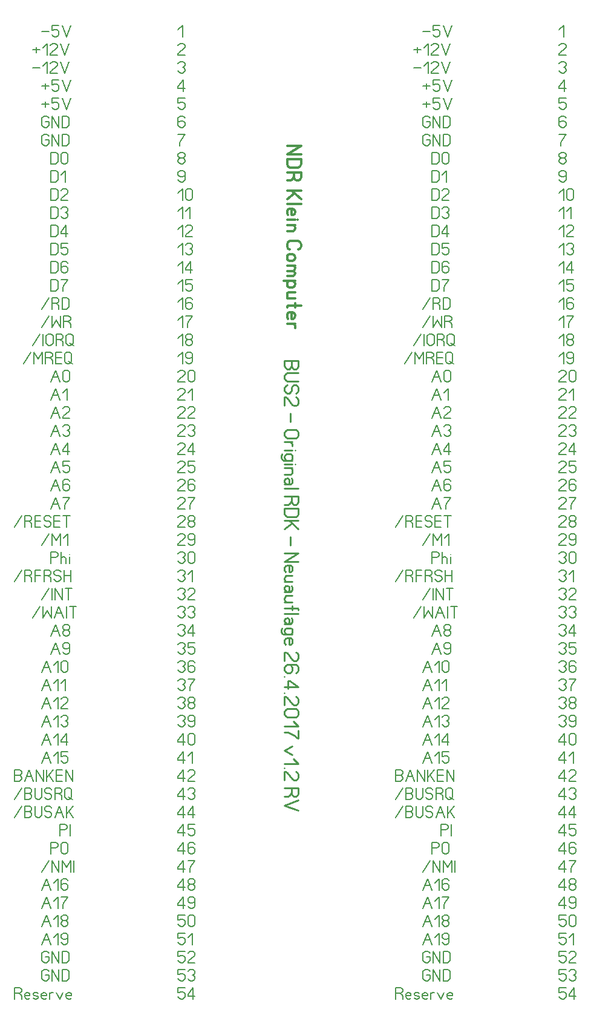
<source format=gto>
%FSLAX34Y34*%
%MOMM*%
%LNSILK_TOP*%
G71*
G01*
%ADD10C, 0.200*%
%ADD11C, 0.244*%
%ADD12C, 0.349*%
%LPD*%
G54D10*
X165100Y-158100D02*
X174700Y-158100D01*
G54D10*
X188700Y-149100D02*
X179100Y-149100D01*
X179100Y-156100D01*
X180300Y-156100D01*
X182700Y-155100D01*
X185100Y-155100D01*
X187500Y-156100D01*
X188700Y-158100D01*
X188700Y-162100D01*
X187500Y-164100D01*
X185100Y-165100D01*
X182700Y-165100D01*
X180300Y-164100D01*
X179100Y-162100D01*
G54D10*
X193100Y-149100D02*
X199100Y-165100D01*
X205100Y-149100D01*
G54D10*
X152400Y-183500D02*
X162000Y-183500D01*
G54D10*
X157200Y-179500D02*
X157200Y-187500D01*
G54D10*
X166400Y-180500D02*
X172400Y-174500D01*
X172400Y-190500D01*
G54D10*
X186400Y-190500D02*
X176800Y-190500D01*
X176800Y-189500D01*
X178000Y-187500D01*
X185200Y-181500D01*
X186400Y-179500D01*
X186400Y-177500D01*
X185200Y-175500D01*
X182800Y-174500D01*
X180400Y-174500D01*
X178000Y-175500D01*
X176800Y-177500D01*
G54D10*
X190800Y-174500D02*
X196800Y-190500D01*
X202800Y-174500D01*
G54D10*
X152400Y-208900D02*
X162000Y-208900D01*
G54D10*
X166400Y-205900D02*
X172400Y-199900D01*
X172400Y-215900D01*
G54D10*
X186400Y-215900D02*
X176800Y-215900D01*
X176800Y-214900D01*
X178000Y-212900D01*
X185200Y-206900D01*
X186400Y-204900D01*
X186400Y-202900D01*
X185200Y-200900D01*
X182800Y-199900D01*
X180400Y-199900D01*
X178000Y-200900D01*
X176800Y-202900D01*
G54D10*
X190800Y-199900D02*
X196800Y-215900D01*
X202800Y-199900D01*
G54D10*
X165100Y-234300D02*
X174700Y-234300D01*
G54D10*
X169900Y-230300D02*
X169900Y-238300D01*
G54D10*
X188700Y-225300D02*
X179100Y-225300D01*
X179100Y-232300D01*
X180300Y-232300D01*
X182700Y-231300D01*
X185100Y-231300D01*
X187500Y-232300D01*
X188700Y-234300D01*
X188700Y-238300D01*
X187500Y-240300D01*
X185100Y-241300D01*
X182700Y-241300D01*
X180300Y-240300D01*
X179100Y-238300D01*
G54D10*
X193100Y-225300D02*
X199100Y-241300D01*
X205100Y-225300D01*
G54D10*
X165100Y-259700D02*
X174700Y-259700D01*
G54D10*
X169900Y-255700D02*
X169900Y-263700D01*
G54D10*
X188700Y-250700D02*
X179100Y-250700D01*
X179100Y-257700D01*
X180300Y-257700D01*
X182700Y-256700D01*
X185100Y-256700D01*
X187500Y-257700D01*
X188700Y-259700D01*
X188700Y-263700D01*
X187500Y-265700D01*
X185100Y-266700D01*
X182700Y-266700D01*
X180300Y-265700D01*
X179100Y-263700D01*
G54D10*
X193100Y-250700D02*
X199100Y-266700D01*
X205100Y-250700D01*
G54D10*
X169900Y-284100D02*
X174700Y-284100D01*
X174700Y-289100D01*
X173500Y-291100D01*
X171100Y-292100D01*
X168700Y-292100D01*
X166300Y-291100D01*
X165100Y-289100D01*
X165100Y-279100D01*
X166300Y-277100D01*
X168700Y-276100D01*
X171100Y-276100D01*
X173500Y-277100D01*
X174700Y-279100D01*
G54D10*
X179100Y-292100D02*
X179100Y-276100D01*
X188700Y-292100D01*
X188700Y-276100D01*
G54D10*
X193100Y-292100D02*
X193100Y-276100D01*
X199100Y-276100D01*
X201500Y-277100D01*
X202700Y-279100D01*
X202700Y-289100D01*
X201500Y-291100D01*
X199100Y-292100D01*
X193100Y-292100D01*
G54D10*
X169900Y-309500D02*
X174700Y-309500D01*
X174700Y-314500D01*
X173500Y-316500D01*
X171100Y-317500D01*
X168700Y-317500D01*
X166300Y-316500D01*
X165100Y-314500D01*
X165100Y-304500D01*
X166300Y-302500D01*
X168700Y-301500D01*
X171100Y-301500D01*
X173500Y-302500D01*
X174700Y-304500D01*
G54D10*
X179100Y-317500D02*
X179100Y-301500D01*
X188700Y-317500D01*
X188700Y-301500D01*
G54D10*
X193100Y-317500D02*
X193100Y-301500D01*
X199100Y-301500D01*
X201500Y-302500D01*
X202700Y-304500D01*
X202700Y-314500D01*
X201500Y-316500D01*
X199100Y-317500D01*
X193100Y-317500D01*
G54D10*
X177800Y-342900D02*
X177800Y-326900D01*
X183800Y-326900D01*
X186200Y-327900D01*
X187400Y-329900D01*
X187400Y-339900D01*
X186200Y-341900D01*
X183800Y-342900D01*
X177800Y-342900D01*
G54D10*
X201400Y-329900D02*
X201400Y-339900D01*
X200200Y-341900D01*
X197800Y-342900D01*
X195400Y-342900D01*
X193000Y-341900D01*
X191800Y-339900D01*
X191800Y-329900D01*
X193000Y-327900D01*
X195400Y-326900D01*
X197800Y-326900D01*
X200200Y-327900D01*
X201400Y-329900D01*
G54D10*
X177800Y-368300D02*
X177800Y-352300D01*
X183800Y-352300D01*
X186200Y-353300D01*
X187400Y-355300D01*
X187400Y-365300D01*
X186200Y-367300D01*
X183800Y-368300D01*
X177800Y-368300D01*
G54D10*
X191800Y-358300D02*
X197800Y-352300D01*
X197800Y-368300D01*
G54D10*
X177800Y-393700D02*
X177800Y-377700D01*
X183800Y-377700D01*
X186200Y-378700D01*
X187400Y-380700D01*
X187400Y-390700D01*
X186200Y-392700D01*
X183800Y-393700D01*
X177800Y-393700D01*
G54D10*
X201400Y-393700D02*
X191800Y-393700D01*
X191800Y-392700D01*
X193000Y-390700D01*
X200200Y-384700D01*
X201400Y-382700D01*
X201400Y-380700D01*
X200200Y-378700D01*
X197800Y-377700D01*
X195400Y-377700D01*
X193000Y-378700D01*
X191800Y-380700D01*
G54D10*
X177800Y-419100D02*
X177800Y-403100D01*
X183800Y-403100D01*
X186200Y-404100D01*
X187400Y-406100D01*
X187400Y-416100D01*
X186200Y-418100D01*
X183800Y-419100D01*
X177800Y-419100D01*
G54D10*
X191800Y-406100D02*
X193000Y-404100D01*
X195400Y-403100D01*
X197800Y-403100D01*
X200200Y-404100D01*
X201400Y-406100D01*
X201400Y-408100D01*
X200200Y-410100D01*
X197800Y-411100D01*
X200200Y-412100D01*
X201400Y-414100D01*
X201400Y-416100D01*
X200200Y-418100D01*
X197800Y-419100D01*
X195400Y-419100D01*
X193000Y-418100D01*
X191800Y-416100D01*
G54D10*
X177800Y-444500D02*
X177800Y-428500D01*
X183800Y-428500D01*
X186200Y-429500D01*
X187400Y-431500D01*
X187400Y-441500D01*
X186200Y-443500D01*
X183800Y-444500D01*
X177800Y-444500D01*
G54D10*
X199000Y-444500D02*
X199000Y-428500D01*
X191800Y-438500D01*
X191800Y-440500D01*
X201400Y-440500D01*
G54D10*
X177800Y-469900D02*
X177800Y-453900D01*
X183800Y-453900D01*
X186200Y-454900D01*
X187400Y-456900D01*
X187400Y-466900D01*
X186200Y-468900D01*
X183800Y-469900D01*
X177800Y-469900D01*
G54D10*
X201400Y-453900D02*
X191800Y-453900D01*
X191800Y-460900D01*
X193000Y-460900D01*
X195400Y-459900D01*
X197800Y-459900D01*
X200200Y-460900D01*
X201400Y-462900D01*
X201400Y-466900D01*
X200200Y-468900D01*
X197800Y-469900D01*
X195400Y-469900D01*
X193000Y-468900D01*
X191800Y-466900D01*
G54D10*
X177800Y-495300D02*
X177800Y-479300D01*
X183800Y-479300D01*
X186200Y-480300D01*
X187400Y-482300D01*
X187400Y-492300D01*
X186200Y-494300D01*
X183800Y-495300D01*
X177800Y-495300D01*
G54D10*
X201400Y-482300D02*
X200200Y-480300D01*
X197800Y-479300D01*
X195400Y-479300D01*
X193000Y-480300D01*
X191800Y-482300D01*
X191800Y-487300D01*
X191800Y-488300D01*
X195400Y-486300D01*
X197800Y-486300D01*
X200200Y-487300D01*
X201400Y-489300D01*
X201400Y-492300D01*
X200200Y-494300D01*
X197800Y-495300D01*
X195400Y-495300D01*
X193000Y-494300D01*
X191800Y-492300D01*
X191800Y-487300D01*
G54D10*
X177800Y-520700D02*
X177800Y-504700D01*
X183800Y-504700D01*
X186200Y-505700D01*
X187400Y-507700D01*
X187400Y-517700D01*
X186200Y-519700D01*
X183800Y-520700D01*
X177800Y-520700D01*
G54D10*
X191800Y-504700D02*
X201400Y-504700D01*
X200200Y-506700D01*
X197800Y-509700D01*
X195400Y-513700D01*
X194200Y-516700D01*
X194200Y-520700D01*
G54D10*
X165100Y-546100D02*
X174700Y-530100D01*
G54D10*
X183900Y-538100D02*
X187500Y-540100D01*
X188700Y-542100D01*
X188700Y-546100D01*
G54D10*
X179100Y-546100D02*
X179100Y-530100D01*
X185100Y-530100D01*
X187500Y-531100D01*
X188700Y-533100D01*
X188700Y-535100D01*
X187500Y-537100D01*
X185100Y-538100D01*
X179100Y-538100D01*
G54D10*
X193100Y-546100D02*
X193100Y-530100D01*
X199100Y-530100D01*
X201500Y-531100D01*
X202700Y-533100D01*
X202700Y-543100D01*
X201500Y-545100D01*
X199100Y-546100D01*
X193100Y-546100D01*
G54D10*
X165100Y-571500D02*
X174700Y-555500D01*
G54D10*
X179100Y-555500D02*
X179100Y-571500D01*
X185100Y-561500D01*
X191100Y-571500D01*
X191100Y-555500D01*
G54D10*
X200300Y-563500D02*
X203900Y-565500D01*
X205100Y-567500D01*
X205100Y-571500D01*
G54D10*
X195500Y-571500D02*
X195500Y-555500D01*
X201500Y-555500D01*
X203900Y-556500D01*
X205100Y-558500D01*
X205100Y-560500D01*
X203900Y-562500D01*
X201500Y-563500D01*
X195500Y-563500D01*
G54D10*
X152400Y-596900D02*
X162000Y-580900D01*
G54D10*
X166400Y-596900D02*
X166400Y-580900D01*
G54D10*
X180400Y-583900D02*
X180400Y-593900D01*
X179200Y-595900D01*
X176800Y-596900D01*
X174400Y-596900D01*
X172000Y-595900D01*
X170800Y-593900D01*
X170800Y-583900D01*
X172000Y-581900D01*
X174400Y-580900D01*
X176800Y-580900D01*
X179200Y-581900D01*
X180400Y-583900D01*
G54D10*
X189600Y-588900D02*
X193200Y-590900D01*
X194400Y-592900D01*
X194400Y-596900D01*
G54D10*
X184800Y-596900D02*
X184800Y-580900D01*
X190800Y-580900D01*
X193200Y-581900D01*
X194400Y-583900D01*
X194400Y-585900D01*
X193200Y-587900D01*
X190800Y-588900D01*
X184800Y-588900D01*
G54D10*
X203600Y-593900D02*
X209600Y-596900D01*
G54D10*
X208400Y-583900D02*
X208400Y-593900D01*
X207200Y-595900D01*
X204800Y-596900D01*
X202400Y-596900D01*
X200000Y-595900D01*
X198800Y-593900D01*
X198800Y-583900D01*
X200000Y-581900D01*
X202400Y-580900D01*
X204800Y-580900D01*
X207200Y-581900D01*
X208400Y-583900D01*
G54D10*
X139700Y-622300D02*
X149300Y-606300D01*
G54D10*
X153700Y-622300D02*
X153700Y-606300D01*
X159700Y-616300D01*
X165700Y-606300D01*
X165700Y-622300D01*
G54D10*
X174900Y-614300D02*
X178500Y-616300D01*
X179700Y-618300D01*
X179700Y-622300D01*
G54D10*
X170100Y-622300D02*
X170100Y-606300D01*
X176100Y-606300D01*
X178500Y-607300D01*
X179700Y-609300D01*
X179700Y-611300D01*
X178500Y-613300D01*
X176100Y-614300D01*
X170100Y-614300D01*
G54D10*
X192500Y-622300D02*
X184100Y-622300D01*
X184100Y-606300D01*
X192500Y-606300D01*
G54D10*
X184100Y-614300D02*
X192500Y-614300D01*
G54D10*
X201700Y-619300D02*
X207700Y-622300D01*
G54D10*
X206500Y-609300D02*
X206500Y-619300D01*
X205300Y-621300D01*
X202900Y-622300D01*
X200500Y-622300D01*
X198100Y-621300D01*
X196900Y-619300D01*
X196900Y-609300D01*
X198100Y-607300D01*
X200500Y-606300D01*
X202900Y-606300D01*
X205300Y-607300D01*
X206500Y-609300D01*
G54D10*
X177800Y-647700D02*
X183800Y-631700D01*
X189800Y-647700D01*
G54D10*
X180200Y-641700D02*
X187400Y-641700D01*
G54D10*
X203800Y-634700D02*
X203800Y-644700D01*
X202600Y-646700D01*
X200200Y-647700D01*
X197800Y-647700D01*
X195400Y-646700D01*
X194200Y-644700D01*
X194200Y-634700D01*
X195400Y-632700D01*
X197800Y-631700D01*
X200200Y-631700D01*
X202600Y-632700D01*
X203800Y-634700D01*
G54D10*
X177800Y-673100D02*
X183800Y-657100D01*
X189800Y-673100D01*
G54D10*
X180200Y-667100D02*
X187400Y-667100D01*
G54D10*
X194200Y-663100D02*
X200200Y-657100D01*
X200200Y-673100D01*
G54D10*
X177800Y-698500D02*
X183800Y-682500D01*
X189800Y-698500D01*
G54D10*
X180200Y-692500D02*
X187400Y-692500D01*
G54D10*
X203800Y-698500D02*
X194200Y-698500D01*
X194200Y-697500D01*
X195400Y-695500D01*
X202600Y-689500D01*
X203800Y-687500D01*
X203800Y-685500D01*
X202600Y-683500D01*
X200200Y-682500D01*
X197800Y-682500D01*
X195400Y-683500D01*
X194200Y-685500D01*
G54D10*
X177800Y-723900D02*
X183800Y-707900D01*
X189800Y-723900D01*
G54D10*
X180200Y-717900D02*
X187400Y-717900D01*
G54D10*
X194200Y-710900D02*
X195400Y-708900D01*
X197800Y-707900D01*
X200200Y-707900D01*
X202600Y-708900D01*
X203800Y-710900D01*
X203800Y-712900D01*
X202600Y-714900D01*
X200200Y-715900D01*
X202600Y-716900D01*
X203800Y-718900D01*
X203800Y-720900D01*
X202600Y-722900D01*
X200200Y-723900D01*
X197800Y-723900D01*
X195400Y-722900D01*
X194200Y-720900D01*
G54D10*
X177800Y-749300D02*
X183800Y-733300D01*
X189800Y-749300D01*
G54D10*
X180200Y-743300D02*
X187400Y-743300D01*
G54D10*
X201400Y-749300D02*
X201400Y-733300D01*
X194200Y-743300D01*
X194200Y-745300D01*
X203800Y-745300D01*
G54D10*
X177800Y-774700D02*
X183800Y-758700D01*
X189800Y-774700D01*
G54D10*
X180200Y-768700D02*
X187400Y-768700D01*
G54D10*
X203800Y-758700D02*
X194200Y-758700D01*
X194200Y-765700D01*
X195400Y-765700D01*
X197800Y-764700D01*
X200200Y-764700D01*
X202600Y-765700D01*
X203800Y-767700D01*
X203800Y-771700D01*
X202600Y-773700D01*
X200200Y-774700D01*
X197800Y-774700D01*
X195400Y-773700D01*
X194200Y-771700D01*
G54D10*
X177800Y-800100D02*
X183800Y-784100D01*
X189800Y-800100D01*
G54D10*
X180200Y-794100D02*
X187400Y-794100D01*
G54D10*
X203800Y-787100D02*
X202600Y-785100D01*
X200200Y-784100D01*
X197800Y-784100D01*
X195400Y-785100D01*
X194200Y-787100D01*
X194200Y-792100D01*
X194200Y-793100D01*
X197800Y-791100D01*
X200200Y-791100D01*
X202600Y-792100D01*
X203800Y-794100D01*
X203800Y-797100D01*
X202600Y-799100D01*
X200200Y-800100D01*
X197800Y-800100D01*
X195400Y-799100D01*
X194200Y-797100D01*
X194200Y-792100D01*
G54D10*
X177800Y-825500D02*
X183800Y-809500D01*
X189800Y-825500D01*
G54D10*
X180200Y-819500D02*
X187400Y-819500D01*
G54D10*
X194200Y-809500D02*
X203800Y-809500D01*
X202600Y-811500D01*
X200200Y-814500D01*
X197800Y-818500D01*
X196600Y-821500D01*
X196600Y-825500D01*
G54D10*
X127000Y-850900D02*
X136600Y-834900D01*
G54D10*
X145800Y-842900D02*
X149400Y-844900D01*
X150600Y-846900D01*
X150600Y-850900D01*
G54D10*
X141000Y-850900D02*
X141000Y-834900D01*
X147000Y-834900D01*
X149400Y-835900D01*
X150600Y-837900D01*
X150600Y-839900D01*
X149400Y-841900D01*
X147000Y-842900D01*
X141000Y-842900D01*
G54D10*
X163400Y-850900D02*
X155000Y-850900D01*
X155000Y-834900D01*
X163400Y-834900D01*
G54D10*
X155000Y-842900D02*
X163400Y-842900D01*
G54D10*
X167800Y-847900D02*
X169000Y-849900D01*
X171400Y-850900D01*
X173800Y-850900D01*
X176200Y-849900D01*
X177400Y-847900D01*
X177400Y-845900D01*
X176200Y-843900D01*
X173800Y-842900D01*
X171400Y-842900D01*
X169000Y-841900D01*
X167800Y-839900D01*
X167800Y-837900D01*
X169000Y-835900D01*
X171400Y-834900D01*
X173800Y-834900D01*
X176200Y-835900D01*
X177400Y-837900D01*
G54D10*
X190200Y-850900D02*
X181800Y-850900D01*
X181800Y-834900D01*
X190200Y-834900D01*
G54D10*
X181800Y-842900D02*
X190200Y-842900D01*
G54D10*
X199400Y-850900D02*
X199400Y-834900D01*
G54D10*
X194600Y-834900D02*
X204200Y-834900D01*
G54D10*
X165100Y-876300D02*
X174700Y-860300D01*
G54D10*
X179100Y-876300D02*
X179100Y-860300D01*
X185100Y-870300D01*
X191100Y-860300D01*
X191100Y-876300D01*
G54D10*
X195500Y-866300D02*
X201500Y-860300D01*
X201500Y-876300D01*
G54D10*
X127000Y-927100D02*
X136600Y-911100D01*
G54D10*
X145800Y-919100D02*
X149400Y-921100D01*
X150600Y-923100D01*
X150600Y-927100D01*
G54D10*
X141000Y-927100D02*
X141000Y-911100D01*
X147000Y-911100D01*
X149400Y-912100D01*
X150600Y-914100D01*
X150600Y-916100D01*
X149400Y-918100D01*
X147000Y-919100D01*
X141000Y-919100D01*
G54D10*
X155000Y-927100D02*
X155000Y-911100D01*
X163400Y-911100D01*
G54D10*
X155000Y-919100D02*
X163400Y-919100D01*
G54D10*
X172600Y-919100D02*
X176200Y-921100D01*
X177400Y-923100D01*
X177400Y-927100D01*
G54D10*
X167800Y-927100D02*
X167800Y-911100D01*
X173800Y-911100D01*
X176200Y-912100D01*
X177400Y-914100D01*
X177400Y-916100D01*
X176200Y-918100D01*
X173800Y-919100D01*
X167800Y-919100D01*
G54D10*
X181800Y-924100D02*
X183000Y-926100D01*
X185400Y-927100D01*
X187800Y-927100D01*
X190200Y-926100D01*
X191400Y-924100D01*
X191400Y-922100D01*
X190200Y-920100D01*
X187800Y-919100D01*
X185400Y-919100D01*
X183000Y-918100D01*
X181800Y-916100D01*
X181800Y-914100D01*
X183000Y-912100D01*
X185400Y-911100D01*
X187800Y-911100D01*
X190200Y-912100D01*
X191400Y-914100D01*
G54D10*
X195800Y-927100D02*
X195800Y-911100D01*
G54D10*
X205400Y-927100D02*
X205400Y-911100D01*
G54D10*
X195800Y-919100D02*
X205400Y-919100D01*
G54D10*
X165100Y-952500D02*
X174700Y-936500D01*
G54D10*
X179100Y-952500D02*
X179100Y-936500D01*
G54D10*
X183500Y-952500D02*
X183500Y-936500D01*
X193100Y-952500D01*
X193100Y-936500D01*
G54D10*
X202300Y-952500D02*
X202300Y-936500D01*
G54D10*
X197500Y-936500D02*
X207100Y-936500D01*
G54D10*
X152400Y-977900D02*
X162000Y-961900D01*
G54D10*
X166400Y-961900D02*
X166400Y-977900D01*
X172400Y-967900D01*
X178400Y-977900D01*
X178400Y-961900D01*
G54D10*
X182800Y-977900D02*
X188800Y-961900D01*
X194800Y-977900D01*
G54D10*
X185200Y-971900D02*
X192400Y-971900D01*
G54D10*
X199200Y-977900D02*
X199200Y-961900D01*
G54D10*
X208400Y-977900D02*
X208400Y-961900D01*
G54D10*
X203600Y-961900D02*
X213200Y-961900D01*
G54D10*
X177800Y-1003300D02*
X183800Y-987300D01*
X189800Y-1003300D01*
G54D10*
X180200Y-997300D02*
X187400Y-997300D01*
G54D10*
X200200Y-995300D02*
X197800Y-995300D01*
X195400Y-994300D01*
X194200Y-992300D01*
X194200Y-990300D01*
X195400Y-988300D01*
X197800Y-987300D01*
X200200Y-987300D01*
X202600Y-988300D01*
X203800Y-990300D01*
X203800Y-992300D01*
X202600Y-994300D01*
X200200Y-995300D01*
X202600Y-996300D01*
X203800Y-998300D01*
X203800Y-1000300D01*
X202600Y-1002300D01*
X200200Y-1003300D01*
X197800Y-1003300D01*
X195400Y-1002300D01*
X194200Y-1000300D01*
X194200Y-998300D01*
X195400Y-996300D01*
X197800Y-995300D01*
G54D10*
X177800Y-1028700D02*
X183800Y-1012700D01*
X189800Y-1028700D01*
G54D10*
X180200Y-1022700D02*
X187400Y-1022700D01*
G54D10*
X194200Y-1025700D02*
X195400Y-1027700D01*
X197800Y-1028700D01*
X200200Y-1028700D01*
X202600Y-1027700D01*
X203800Y-1025700D01*
X203800Y-1020700D01*
X203800Y-1019700D01*
X200200Y-1021700D01*
X197800Y-1021700D01*
X195400Y-1020700D01*
X194200Y-1018700D01*
X194200Y-1015700D01*
X195400Y-1013700D01*
X197800Y-1012700D01*
X200200Y-1012700D01*
X202600Y-1013700D01*
X203800Y-1015700D01*
X203800Y-1020700D01*
G54D10*
X165100Y-1079500D02*
X171100Y-1063500D01*
X177100Y-1079500D01*
G54D10*
X167500Y-1073500D02*
X174700Y-1073500D01*
G54D10*
X181500Y-1069500D02*
X187500Y-1063500D01*
X187500Y-1079500D01*
G54D10*
X191900Y-1069500D02*
X197900Y-1063500D01*
X197900Y-1079500D01*
G54D10*
X165100Y-1104900D02*
X171100Y-1088900D01*
X177100Y-1104900D01*
G54D10*
X167500Y-1098900D02*
X174700Y-1098900D01*
G54D10*
X181500Y-1094900D02*
X187500Y-1088900D01*
X187500Y-1104900D01*
G54D10*
X201500Y-1104900D02*
X191900Y-1104900D01*
X191900Y-1103900D01*
X193100Y-1101900D01*
X200300Y-1095900D01*
X201500Y-1093900D01*
X201500Y-1091900D01*
X200300Y-1089900D01*
X197900Y-1088900D01*
X195500Y-1088900D01*
X193100Y-1089900D01*
X191900Y-1091900D01*
G54D10*
X165100Y-1130300D02*
X171100Y-1114300D01*
X177100Y-1130300D01*
G54D10*
X167500Y-1124300D02*
X174700Y-1124300D01*
G54D10*
X181500Y-1120300D02*
X187500Y-1114300D01*
X187500Y-1130300D01*
G54D10*
X191900Y-1117300D02*
X193100Y-1115300D01*
X195500Y-1114300D01*
X197900Y-1114300D01*
X200300Y-1115300D01*
X201500Y-1117300D01*
X201500Y-1119300D01*
X200300Y-1121300D01*
X197900Y-1122300D01*
X200300Y-1123300D01*
X201500Y-1125300D01*
X201500Y-1127300D01*
X200300Y-1129300D01*
X197900Y-1130300D01*
X195500Y-1130300D01*
X193100Y-1129300D01*
X191900Y-1127300D01*
G54D10*
X165100Y-1054100D02*
X171100Y-1038100D01*
X177100Y-1054100D01*
G54D10*
X167500Y-1048100D02*
X174700Y-1048100D01*
G54D10*
X181500Y-1044100D02*
X187500Y-1038100D01*
X187500Y-1054100D01*
G54D10*
X201500Y-1041100D02*
X201500Y-1051100D01*
X200300Y-1053100D01*
X197900Y-1054100D01*
X195500Y-1054100D01*
X193100Y-1053100D01*
X191900Y-1051100D01*
X191900Y-1041100D01*
X193100Y-1039100D01*
X195500Y-1038100D01*
X197900Y-1038100D01*
X200300Y-1039100D01*
X201500Y-1041100D01*
G54D10*
X165100Y-1155700D02*
X171100Y-1139700D01*
X177100Y-1155700D01*
G54D10*
X167500Y-1149700D02*
X174700Y-1149700D01*
G54D10*
X181500Y-1145700D02*
X187500Y-1139700D01*
X187500Y-1155700D01*
G54D10*
X199100Y-1155700D02*
X199100Y-1139700D01*
X191900Y-1149700D01*
X191900Y-1151700D01*
X201500Y-1151700D01*
G54D10*
X165100Y-1181100D02*
X171100Y-1165100D01*
X177100Y-1181100D01*
G54D10*
X167500Y-1175100D02*
X174700Y-1175100D01*
G54D10*
X181500Y-1171100D02*
X187500Y-1165100D01*
X187500Y-1181100D01*
G54D10*
X201500Y-1165100D02*
X191900Y-1165100D01*
X191900Y-1172100D01*
X193100Y-1172100D01*
X195500Y-1171100D01*
X197900Y-1171100D01*
X200300Y-1172100D01*
X201500Y-1174100D01*
X201500Y-1178100D01*
X200300Y-1180100D01*
X197900Y-1181100D01*
X195500Y-1181100D01*
X193100Y-1180100D01*
X191900Y-1178100D01*
G54D10*
X127000Y-1206500D02*
X127000Y-1190500D01*
X133000Y-1190500D01*
X135400Y-1191500D01*
X136600Y-1193500D01*
X136600Y-1195500D01*
X135400Y-1197500D01*
X133000Y-1198500D01*
X135400Y-1199500D01*
X136600Y-1201500D01*
X136600Y-1203500D01*
X135400Y-1205500D01*
X133000Y-1206500D01*
X127000Y-1206500D01*
G54D10*
X127000Y-1198500D02*
X133000Y-1198500D01*
G54D10*
X141000Y-1206500D02*
X147000Y-1190500D01*
X153000Y-1206500D01*
G54D10*
X143400Y-1200500D02*
X150600Y-1200500D01*
G54D10*
X157400Y-1206500D02*
X157400Y-1190500D01*
X167000Y-1206500D01*
X167000Y-1190500D01*
G54D10*
X171400Y-1206500D02*
X171400Y-1190500D01*
G54D10*
X171400Y-1201500D02*
X181000Y-1190500D01*
G54D10*
X175000Y-1198500D02*
X181000Y-1206500D01*
G54D10*
X193800Y-1206500D02*
X185400Y-1206500D01*
X185400Y-1190500D01*
X193800Y-1190500D01*
G54D10*
X185400Y-1198500D02*
X193800Y-1198500D01*
G54D10*
X198200Y-1206500D02*
X198200Y-1190500D01*
X207800Y-1206500D01*
X207800Y-1190500D01*
G54D10*
X127000Y-1231900D02*
X136600Y-1215900D01*
G54D10*
X141000Y-1231900D02*
X141000Y-1215900D01*
X147000Y-1215900D01*
X149400Y-1216900D01*
X150600Y-1218900D01*
X150600Y-1220900D01*
X149400Y-1222900D01*
X147000Y-1223900D01*
X149400Y-1224900D01*
X150600Y-1226900D01*
X150600Y-1228900D01*
X149400Y-1230900D01*
X147000Y-1231900D01*
X141000Y-1231900D01*
G54D10*
X141000Y-1223900D02*
X147000Y-1223900D01*
G54D10*
X155000Y-1215900D02*
X155000Y-1228900D01*
X156200Y-1230900D01*
X158600Y-1231900D01*
X161000Y-1231900D01*
X163400Y-1230900D01*
X164600Y-1228900D01*
X164600Y-1215900D01*
G54D10*
X169000Y-1228900D02*
X170200Y-1230900D01*
X172600Y-1231900D01*
X175000Y-1231900D01*
X177400Y-1230900D01*
X178600Y-1228900D01*
X178600Y-1226900D01*
X177400Y-1224900D01*
X175000Y-1223900D01*
X172600Y-1223900D01*
X170200Y-1222900D01*
X169000Y-1220900D01*
X169000Y-1218900D01*
X170200Y-1216900D01*
X172600Y-1215900D01*
X175000Y-1215900D01*
X177400Y-1216900D01*
X178600Y-1218900D01*
G54D10*
X187800Y-1223900D02*
X191400Y-1225900D01*
X192600Y-1227900D01*
X192600Y-1231900D01*
G54D10*
X183000Y-1231900D02*
X183000Y-1215900D01*
X189000Y-1215900D01*
X191400Y-1216900D01*
X192600Y-1218900D01*
X192600Y-1220900D01*
X191400Y-1222900D01*
X189000Y-1223900D01*
X183000Y-1223900D01*
G54D10*
X201800Y-1228900D02*
X207800Y-1231900D01*
G54D10*
X206600Y-1218900D02*
X206600Y-1228900D01*
X205400Y-1230900D01*
X203000Y-1231900D01*
X200600Y-1231900D01*
X198200Y-1230900D01*
X197000Y-1228900D01*
X197000Y-1218900D01*
X198200Y-1216900D01*
X200600Y-1215900D01*
X203000Y-1215900D01*
X205400Y-1216900D01*
X206600Y-1218900D01*
G54D10*
X127000Y-1257300D02*
X136600Y-1241300D01*
G54D10*
X141000Y-1257300D02*
X141000Y-1241300D01*
X147000Y-1241300D01*
X149400Y-1242300D01*
X150600Y-1244300D01*
X150600Y-1246300D01*
X149400Y-1248300D01*
X147000Y-1249300D01*
X149400Y-1250300D01*
X150600Y-1252300D01*
X150600Y-1254300D01*
X149400Y-1256300D01*
X147000Y-1257300D01*
X141000Y-1257300D01*
G54D10*
X141000Y-1249300D02*
X147000Y-1249300D01*
G54D10*
X155000Y-1241300D02*
X155000Y-1254300D01*
X156200Y-1256300D01*
X158600Y-1257300D01*
X161000Y-1257300D01*
X163400Y-1256300D01*
X164600Y-1254300D01*
X164600Y-1241300D01*
G54D10*
X169000Y-1254300D02*
X170200Y-1256300D01*
X172600Y-1257300D01*
X175000Y-1257300D01*
X177400Y-1256300D01*
X178600Y-1254300D01*
X178600Y-1252300D01*
X177400Y-1250300D01*
X175000Y-1249300D01*
X172600Y-1249300D01*
X170200Y-1248300D01*
X169000Y-1246300D01*
X169000Y-1244300D01*
X170200Y-1242300D01*
X172600Y-1241300D01*
X175000Y-1241300D01*
X177400Y-1242300D01*
X178600Y-1244300D01*
G54D10*
X183000Y-1257300D02*
X189000Y-1241300D01*
X195000Y-1257300D01*
G54D10*
X185400Y-1251300D02*
X192600Y-1251300D01*
G54D10*
X199400Y-1257300D02*
X199400Y-1241300D01*
G54D10*
X199400Y-1252300D02*
X209000Y-1241300D01*
G54D10*
X203000Y-1249300D02*
X209000Y-1257300D01*
G54D10*
X190500Y-1282700D02*
X190500Y-1266700D01*
X196500Y-1266700D01*
X198900Y-1267700D01*
X200100Y-1269700D01*
X200100Y-1271700D01*
X198900Y-1273700D01*
X196500Y-1274700D01*
X190500Y-1274700D01*
G54D10*
X204500Y-1282700D02*
X204500Y-1266700D01*
G54D10*
X177800Y-1308100D02*
X177800Y-1292100D01*
X183800Y-1292100D01*
X186200Y-1293100D01*
X187400Y-1295100D01*
X187400Y-1297100D01*
X186200Y-1299100D01*
X183800Y-1300100D01*
X177800Y-1300100D01*
G54D10*
X201400Y-1295100D02*
X201400Y-1305100D01*
X200200Y-1307100D01*
X197800Y-1308100D01*
X195400Y-1308100D01*
X193000Y-1307100D01*
X191800Y-1305100D01*
X191800Y-1295100D01*
X193000Y-1293100D01*
X195400Y-1292100D01*
X197800Y-1292100D01*
X200200Y-1293100D01*
X201400Y-1295100D01*
G54D10*
X165100Y-1333500D02*
X174700Y-1317500D01*
G54D10*
X179100Y-1333500D02*
X179100Y-1317500D01*
X188700Y-1333500D01*
X188700Y-1317500D01*
G54D10*
X193100Y-1333500D02*
X193100Y-1317500D01*
X199100Y-1327500D01*
X205100Y-1317500D01*
X205100Y-1333500D01*
G54D10*
X209500Y-1333500D02*
X209500Y-1317500D01*
G54D10*
X165100Y-1358900D02*
X171100Y-1342900D01*
X177100Y-1358900D01*
G54D10*
X167500Y-1352900D02*
X174700Y-1352900D01*
G54D10*
X181500Y-1348900D02*
X187500Y-1342900D01*
X187500Y-1358900D01*
G54D10*
X201500Y-1345900D02*
X200300Y-1343900D01*
X197900Y-1342900D01*
X195500Y-1342900D01*
X193100Y-1343900D01*
X191900Y-1345900D01*
X191900Y-1350900D01*
X191900Y-1351900D01*
X195500Y-1349900D01*
X197900Y-1349900D01*
X200300Y-1350900D01*
X201500Y-1352900D01*
X201500Y-1355900D01*
X200300Y-1357900D01*
X197900Y-1358900D01*
X195500Y-1358900D01*
X193100Y-1357900D01*
X191900Y-1355900D01*
X191900Y-1350900D01*
G54D10*
X165100Y-1384300D02*
X171100Y-1368300D01*
X177100Y-1384300D01*
G54D10*
X167500Y-1378300D02*
X174700Y-1378300D01*
G54D10*
X181500Y-1374300D02*
X187500Y-1368300D01*
X187500Y-1384300D01*
G54D10*
X191900Y-1368300D02*
X201500Y-1368300D01*
X200300Y-1370300D01*
X197900Y-1373300D01*
X195500Y-1377300D01*
X194300Y-1380300D01*
X194300Y-1384300D01*
G54D10*
X165100Y-1409700D02*
X171100Y-1393700D01*
X177100Y-1409700D01*
G54D10*
X167500Y-1403700D02*
X174700Y-1403700D01*
G54D10*
X181500Y-1399700D02*
X187500Y-1393700D01*
X187500Y-1409700D01*
G54D10*
X197900Y-1401700D02*
X195500Y-1401700D01*
X193100Y-1400700D01*
X191900Y-1398700D01*
X191900Y-1396700D01*
X193100Y-1394700D01*
X195500Y-1393700D01*
X197900Y-1393700D01*
X200300Y-1394700D01*
X201500Y-1396700D01*
X201500Y-1398700D01*
X200300Y-1400700D01*
X197900Y-1401700D01*
X200300Y-1402700D01*
X201500Y-1404700D01*
X201500Y-1406700D01*
X200300Y-1408700D01*
X197900Y-1409700D01*
X195500Y-1409700D01*
X193100Y-1408700D01*
X191900Y-1406700D01*
X191900Y-1404700D01*
X193100Y-1402700D01*
X195500Y-1401700D01*
G54D10*
X165100Y-1435100D02*
X171100Y-1419100D01*
X177100Y-1435100D01*
G54D10*
X167500Y-1429100D02*
X174700Y-1429100D01*
G54D10*
X181500Y-1425100D02*
X187500Y-1419100D01*
X187500Y-1435100D01*
G54D10*
X191900Y-1432100D02*
X193100Y-1434100D01*
X195500Y-1435100D01*
X197900Y-1435100D01*
X200300Y-1434100D01*
X201500Y-1432100D01*
X201500Y-1427100D01*
X201500Y-1426100D01*
X197900Y-1428100D01*
X195500Y-1428100D01*
X193100Y-1427100D01*
X191900Y-1425100D01*
X191900Y-1422100D01*
X193100Y-1420100D01*
X195500Y-1419100D01*
X197900Y-1419100D01*
X200300Y-1420100D01*
X201500Y-1422100D01*
X201500Y-1427100D01*
G54D10*
X169900Y-1452500D02*
X174700Y-1452500D01*
X174700Y-1457500D01*
X173500Y-1459500D01*
X171100Y-1460500D01*
X168700Y-1460500D01*
X166300Y-1459500D01*
X165100Y-1457500D01*
X165100Y-1447500D01*
X166300Y-1445500D01*
X168700Y-1444500D01*
X171100Y-1444500D01*
X173500Y-1445500D01*
X174700Y-1447500D01*
G54D10*
X179100Y-1460500D02*
X179100Y-1444500D01*
X188700Y-1460500D01*
X188700Y-1444500D01*
G54D10*
X193100Y-1460500D02*
X193100Y-1444500D01*
X199100Y-1444500D01*
X201500Y-1445500D01*
X202700Y-1447500D01*
X202700Y-1457500D01*
X201500Y-1459500D01*
X199100Y-1460500D01*
X193100Y-1460500D01*
G54D10*
X169900Y-1477900D02*
X174700Y-1477900D01*
X174700Y-1482900D01*
X173500Y-1484900D01*
X171100Y-1485900D01*
X168700Y-1485900D01*
X166300Y-1484900D01*
X165100Y-1482900D01*
X165100Y-1472900D01*
X166300Y-1470900D01*
X168700Y-1469900D01*
X171100Y-1469900D01*
X173500Y-1470900D01*
X174700Y-1472900D01*
G54D10*
X179100Y-1485900D02*
X179100Y-1469900D01*
X188700Y-1485900D01*
X188700Y-1469900D01*
G54D10*
X193100Y-1485900D02*
X193100Y-1469900D01*
X199100Y-1469900D01*
X201500Y-1470900D01*
X202700Y-1472900D01*
X202700Y-1482900D01*
X201500Y-1484900D01*
X199100Y-1485900D01*
X193100Y-1485900D01*
G54D10*
X131800Y-1503300D02*
X135400Y-1505300D01*
X136600Y-1507300D01*
X136600Y-1511300D01*
G54D10*
X127000Y-1511300D02*
X127000Y-1495300D01*
X133000Y-1495300D01*
X135400Y-1496300D01*
X136600Y-1498300D01*
X136600Y-1500300D01*
X135400Y-1502300D01*
X133000Y-1503300D01*
X127000Y-1503300D01*
G54D10*
X148200Y-1510300D02*
X146280Y-1511300D01*
X143880Y-1511300D01*
X141480Y-1510300D01*
X141000Y-1508300D01*
X141000Y-1504900D01*
X142200Y-1502900D01*
X144600Y-1502300D01*
X147000Y-1502900D01*
X148200Y-1504300D01*
X148200Y-1506300D01*
X141000Y-1506300D01*
G54D10*
X152600Y-1510300D02*
X155000Y-1511300D01*
X157400Y-1511300D01*
X159800Y-1510300D01*
X159800Y-1508300D01*
X158600Y-1507300D01*
X153800Y-1506300D01*
X152600Y-1505300D01*
X152600Y-1503300D01*
X155000Y-1502300D01*
X157400Y-1502300D01*
X159800Y-1503300D01*
G54D10*
X171400Y-1510300D02*
X169480Y-1511300D01*
X167080Y-1511300D01*
X164680Y-1510300D01*
X164200Y-1508300D01*
X164200Y-1504900D01*
X165400Y-1502900D01*
X167800Y-1502300D01*
X170200Y-1502900D01*
X171400Y-1504300D01*
X171400Y-1506300D01*
X164200Y-1506300D01*
G54D10*
X175800Y-1511300D02*
X175800Y-1502300D01*
G54D10*
X175800Y-1504300D02*
X178200Y-1502300D01*
X180600Y-1502300D01*
G54D10*
X185000Y-1502300D02*
X189800Y-1511300D01*
X194600Y-1502300D01*
G54D10*
X206200Y-1510300D02*
X204280Y-1511300D01*
X201880Y-1511300D01*
X199480Y-1510300D01*
X199000Y-1508300D01*
X199000Y-1504900D01*
X200200Y-1502900D01*
X202600Y-1502300D01*
X205000Y-1502900D01*
X206200Y-1504300D01*
X206200Y-1506300D01*
X199000Y-1506300D01*
G54D10*
X355600Y-155100D02*
X361600Y-149100D01*
X361600Y-165100D01*
G54D10*
X365200Y-190500D02*
X355600Y-190500D01*
X355600Y-189500D01*
X356800Y-187500D01*
X364000Y-181500D01*
X365200Y-179500D01*
X365200Y-177500D01*
X364000Y-175500D01*
X361600Y-174500D01*
X359200Y-174500D01*
X356800Y-175500D01*
X355600Y-177500D01*
G54D10*
X355600Y-202900D02*
X356800Y-200900D01*
X359200Y-199900D01*
X361600Y-199900D01*
X364000Y-200900D01*
X365200Y-202900D01*
X365200Y-204900D01*
X364000Y-206900D01*
X361600Y-207900D01*
X364000Y-208900D01*
X365200Y-210900D01*
X365200Y-212900D01*
X364000Y-214900D01*
X361600Y-215900D01*
X359200Y-215900D01*
X356800Y-214900D01*
X355600Y-212900D01*
G54D10*
X362800Y-241300D02*
X362800Y-225300D01*
X355600Y-235300D01*
X355600Y-237300D01*
X365200Y-237300D01*
G54D10*
X365200Y-250700D02*
X355600Y-250700D01*
X355600Y-257700D01*
X356800Y-257700D01*
X359200Y-256700D01*
X361600Y-256700D01*
X364000Y-257700D01*
X365200Y-259700D01*
X365200Y-263700D01*
X364000Y-265700D01*
X361600Y-266700D01*
X359200Y-266700D01*
X356800Y-265700D01*
X355600Y-263700D01*
G54D10*
X365200Y-279100D02*
X364000Y-277100D01*
X361600Y-276100D01*
X359200Y-276100D01*
X356800Y-277100D01*
X355600Y-279100D01*
X355600Y-284100D01*
X355600Y-285100D01*
X359200Y-283100D01*
X361600Y-283100D01*
X364000Y-284100D01*
X365200Y-286100D01*
X365200Y-289100D01*
X364000Y-291100D01*
X361600Y-292100D01*
X359200Y-292100D01*
X356800Y-291100D01*
X355600Y-289100D01*
X355600Y-284100D01*
G54D10*
X355600Y-301500D02*
X365200Y-301500D01*
X364000Y-303500D01*
X361600Y-306500D01*
X359200Y-310500D01*
X358000Y-313500D01*
X358000Y-317500D01*
G54D10*
X361600Y-334900D02*
X359200Y-334900D01*
X356800Y-333900D01*
X355600Y-331900D01*
X355600Y-329900D01*
X356800Y-327900D01*
X359200Y-326900D01*
X361600Y-326900D01*
X364000Y-327900D01*
X365200Y-329900D01*
X365200Y-331900D01*
X364000Y-333900D01*
X361600Y-334900D01*
X364000Y-335900D01*
X365200Y-337900D01*
X365200Y-339900D01*
X364000Y-341900D01*
X361600Y-342900D01*
X359200Y-342900D01*
X356800Y-341900D01*
X355600Y-339900D01*
X355600Y-337900D01*
X356800Y-335900D01*
X359200Y-334900D01*
G54D10*
X355600Y-365300D02*
X356800Y-367300D01*
X359200Y-368300D01*
X361600Y-368300D01*
X364000Y-367300D01*
X365200Y-365300D01*
X365200Y-360300D01*
X365200Y-359300D01*
X361600Y-361300D01*
X359200Y-361300D01*
X356800Y-360300D01*
X355600Y-358300D01*
X355600Y-355300D01*
X356800Y-353300D01*
X359200Y-352300D01*
X361600Y-352300D01*
X364000Y-353300D01*
X365200Y-355300D01*
X365200Y-360300D01*
G54D10*
X355600Y-383700D02*
X361600Y-377700D01*
X361600Y-393700D01*
G54D10*
X375600Y-380700D02*
X375600Y-390700D01*
X374400Y-392700D01*
X372000Y-393700D01*
X369600Y-393700D01*
X367200Y-392700D01*
X366000Y-390700D01*
X366000Y-380700D01*
X367200Y-378700D01*
X369600Y-377700D01*
X372000Y-377700D01*
X374400Y-378700D01*
X375600Y-380700D01*
G54D10*
X355600Y-409100D02*
X361600Y-403100D01*
X361600Y-419100D01*
G54D10*
X366000Y-409100D02*
X372000Y-403100D01*
X372000Y-419100D01*
G54D10*
X355600Y-434500D02*
X361600Y-428500D01*
X361600Y-444500D01*
G54D10*
X375600Y-444500D02*
X366000Y-444500D01*
X366000Y-443500D01*
X367200Y-441500D01*
X374400Y-435500D01*
X375600Y-433500D01*
X375600Y-431500D01*
X374400Y-429500D01*
X372000Y-428500D01*
X369600Y-428500D01*
X367200Y-429500D01*
X366000Y-431500D01*
G54D10*
X355600Y-459900D02*
X361600Y-453900D01*
X361600Y-469900D01*
G54D10*
X366000Y-456900D02*
X367200Y-454900D01*
X369600Y-453900D01*
X372000Y-453900D01*
X374400Y-454900D01*
X375600Y-456900D01*
X375600Y-458900D01*
X374400Y-460900D01*
X372000Y-461900D01*
X374400Y-462900D01*
X375600Y-464900D01*
X375600Y-466900D01*
X374400Y-468900D01*
X372000Y-469900D01*
X369600Y-469900D01*
X367200Y-468900D01*
X366000Y-466900D01*
G54D10*
X355600Y-485300D02*
X361600Y-479300D01*
X361600Y-495300D01*
G54D10*
X373200Y-495300D02*
X373200Y-479300D01*
X366000Y-489300D01*
X366000Y-491300D01*
X375600Y-491300D01*
G54D10*
X355600Y-510700D02*
X361600Y-504700D01*
X361600Y-520700D01*
G54D10*
X375600Y-504700D02*
X366000Y-504700D01*
X366000Y-511700D01*
X367200Y-511700D01*
X369600Y-510700D01*
X372000Y-510700D01*
X374400Y-511700D01*
X375600Y-513700D01*
X375600Y-517700D01*
X374400Y-519700D01*
X372000Y-520700D01*
X369600Y-520700D01*
X367200Y-519700D01*
X366000Y-517700D01*
G54D10*
X355600Y-536100D02*
X361600Y-530100D01*
X361600Y-546100D01*
G54D10*
X375600Y-533100D02*
X374400Y-531100D01*
X372000Y-530100D01*
X369600Y-530100D01*
X367200Y-531100D01*
X366000Y-533100D01*
X366000Y-538100D01*
X366000Y-539100D01*
X369600Y-537100D01*
X372000Y-537100D01*
X374400Y-538100D01*
X375600Y-540100D01*
X375600Y-543100D01*
X374400Y-545100D01*
X372000Y-546100D01*
X369600Y-546100D01*
X367200Y-545100D01*
X366000Y-543100D01*
X366000Y-538100D01*
G54D10*
X355600Y-561500D02*
X361600Y-555500D01*
X361600Y-571500D01*
G54D10*
X366000Y-555500D02*
X375600Y-555500D01*
X374400Y-557500D01*
X372000Y-560500D01*
X369600Y-564500D01*
X368400Y-567500D01*
X368400Y-571500D01*
G54D10*
X355600Y-586900D02*
X361600Y-580900D01*
X361600Y-596900D01*
G54D10*
X372000Y-588900D02*
X369600Y-588900D01*
X367200Y-587900D01*
X366000Y-585900D01*
X366000Y-583900D01*
X367200Y-581900D01*
X369600Y-580900D01*
X372000Y-580900D01*
X374400Y-581900D01*
X375600Y-583900D01*
X375600Y-585900D01*
X374400Y-587900D01*
X372000Y-588900D01*
X374400Y-589900D01*
X375600Y-591900D01*
X375600Y-593900D01*
X374400Y-595900D01*
X372000Y-596900D01*
X369600Y-596900D01*
X367200Y-595900D01*
X366000Y-593900D01*
X366000Y-591900D01*
X367200Y-589900D01*
X369600Y-588900D01*
G54D10*
X355600Y-612300D02*
X361600Y-606300D01*
X361600Y-622300D01*
G54D10*
X366000Y-619300D02*
X367200Y-621300D01*
X369600Y-622300D01*
X372000Y-622300D01*
X374400Y-621300D01*
X375600Y-619300D01*
X375600Y-614300D01*
X375600Y-613300D01*
X372000Y-615300D01*
X369600Y-615300D01*
X367200Y-614300D01*
X366000Y-612300D01*
X366000Y-609300D01*
X367200Y-607300D01*
X369600Y-606300D01*
X372000Y-606300D01*
X374400Y-607300D01*
X375600Y-609300D01*
X375600Y-614300D01*
G54D10*
X365200Y-647700D02*
X355600Y-647700D01*
X355600Y-646700D01*
X356800Y-644700D01*
X364000Y-638700D01*
X365200Y-636700D01*
X365200Y-634700D01*
X364000Y-632700D01*
X361600Y-631700D01*
X359200Y-631700D01*
X356800Y-632700D01*
X355600Y-634700D01*
G54D10*
X379200Y-634700D02*
X379200Y-644700D01*
X378000Y-646700D01*
X375600Y-647700D01*
X373200Y-647700D01*
X370800Y-646700D01*
X369600Y-644700D01*
X369600Y-634700D01*
X370800Y-632700D01*
X373200Y-631700D01*
X375600Y-631700D01*
X378000Y-632700D01*
X379200Y-634700D01*
G54D10*
X365200Y-673100D02*
X355600Y-673100D01*
X355600Y-672100D01*
X356800Y-670100D01*
X364000Y-664100D01*
X365200Y-662100D01*
X365200Y-660100D01*
X364000Y-658100D01*
X361600Y-657100D01*
X359200Y-657100D01*
X356800Y-658100D01*
X355600Y-660100D01*
G54D10*
X369600Y-663100D02*
X375600Y-657100D01*
X375600Y-673100D01*
G54D10*
X365200Y-698500D02*
X355600Y-698500D01*
X355600Y-697500D01*
X356800Y-695500D01*
X364000Y-689500D01*
X365200Y-687500D01*
X365200Y-685500D01*
X364000Y-683500D01*
X361600Y-682500D01*
X359200Y-682500D01*
X356800Y-683500D01*
X355600Y-685500D01*
G54D10*
X379200Y-698500D02*
X369600Y-698500D01*
X369600Y-697500D01*
X370800Y-695500D01*
X378000Y-689500D01*
X379200Y-687500D01*
X379200Y-685500D01*
X378000Y-683500D01*
X375600Y-682500D01*
X373200Y-682500D01*
X370800Y-683500D01*
X369600Y-685500D01*
G54D10*
X365200Y-723900D02*
X355600Y-723900D01*
X355600Y-722900D01*
X356800Y-720900D01*
X364000Y-714900D01*
X365200Y-712900D01*
X365200Y-710900D01*
X364000Y-708900D01*
X361600Y-707900D01*
X359200Y-707900D01*
X356800Y-708900D01*
X355600Y-710900D01*
G54D10*
X369600Y-710900D02*
X370800Y-708900D01*
X373200Y-707900D01*
X375600Y-707900D01*
X378000Y-708900D01*
X379200Y-710900D01*
X379200Y-712900D01*
X378000Y-714900D01*
X375600Y-715900D01*
X378000Y-716900D01*
X379200Y-718900D01*
X379200Y-720900D01*
X378000Y-722900D01*
X375600Y-723900D01*
X373200Y-723900D01*
X370800Y-722900D01*
X369600Y-720900D01*
G54D10*
X365200Y-749300D02*
X355600Y-749300D01*
X355600Y-748300D01*
X356800Y-746300D01*
X364000Y-740300D01*
X365200Y-738300D01*
X365200Y-736300D01*
X364000Y-734300D01*
X361600Y-733300D01*
X359200Y-733300D01*
X356800Y-734300D01*
X355600Y-736300D01*
G54D10*
X376800Y-749300D02*
X376800Y-733300D01*
X369600Y-743300D01*
X369600Y-745300D01*
X379200Y-745300D01*
G54D10*
X365200Y-774700D02*
X355600Y-774700D01*
X355600Y-773700D01*
X356800Y-771700D01*
X364000Y-765700D01*
X365200Y-763700D01*
X365200Y-761700D01*
X364000Y-759700D01*
X361600Y-758700D01*
X359200Y-758700D01*
X356800Y-759700D01*
X355600Y-761700D01*
G54D10*
X379200Y-758700D02*
X369600Y-758700D01*
X369600Y-765700D01*
X370800Y-765700D01*
X373200Y-764700D01*
X375600Y-764700D01*
X378000Y-765700D01*
X379200Y-767700D01*
X379200Y-771700D01*
X378000Y-773700D01*
X375600Y-774700D01*
X373200Y-774700D01*
X370800Y-773700D01*
X369600Y-771700D01*
G54D10*
X365200Y-800100D02*
X355600Y-800100D01*
X355600Y-799100D01*
X356800Y-797100D01*
X364000Y-791100D01*
X365200Y-789100D01*
X365200Y-787100D01*
X364000Y-785100D01*
X361600Y-784100D01*
X359200Y-784100D01*
X356800Y-785100D01*
X355600Y-787100D01*
G54D10*
X379200Y-787100D02*
X378000Y-785100D01*
X375600Y-784100D01*
X373200Y-784100D01*
X370800Y-785100D01*
X369600Y-787100D01*
X369600Y-792100D01*
X369600Y-793100D01*
X373200Y-791100D01*
X375600Y-791100D01*
X378000Y-792100D01*
X379200Y-794100D01*
X379200Y-797100D01*
X378000Y-799100D01*
X375600Y-800100D01*
X373200Y-800100D01*
X370800Y-799100D01*
X369600Y-797100D01*
X369600Y-792100D01*
G54D10*
X365200Y-825500D02*
X355600Y-825500D01*
X355600Y-824500D01*
X356800Y-822500D01*
X364000Y-816500D01*
X365200Y-814500D01*
X365200Y-812500D01*
X364000Y-810500D01*
X361600Y-809500D01*
X359200Y-809500D01*
X356800Y-810500D01*
X355600Y-812500D01*
G54D10*
X369600Y-809500D02*
X379200Y-809500D01*
X378000Y-811500D01*
X375600Y-814500D01*
X373200Y-818500D01*
X372000Y-821500D01*
X372000Y-825500D01*
G54D10*
X365200Y-850900D02*
X355600Y-850900D01*
X355600Y-849900D01*
X356800Y-847900D01*
X364000Y-841900D01*
X365200Y-839900D01*
X365200Y-837900D01*
X364000Y-835900D01*
X361600Y-834900D01*
X359200Y-834900D01*
X356800Y-835900D01*
X355600Y-837900D01*
G54D10*
X375600Y-842900D02*
X373200Y-842900D01*
X370800Y-841900D01*
X369600Y-839900D01*
X369600Y-837900D01*
X370800Y-835900D01*
X373200Y-834900D01*
X375600Y-834900D01*
X378000Y-835900D01*
X379200Y-837900D01*
X379200Y-839900D01*
X378000Y-841900D01*
X375600Y-842900D01*
X378000Y-843900D01*
X379200Y-845900D01*
X379200Y-847900D01*
X378000Y-849900D01*
X375600Y-850900D01*
X373200Y-850900D01*
X370800Y-849900D01*
X369600Y-847900D01*
X369600Y-845900D01*
X370800Y-843900D01*
X373200Y-842900D01*
G54D10*
X365200Y-876300D02*
X355600Y-876300D01*
X355600Y-875300D01*
X356800Y-873300D01*
X364000Y-867300D01*
X365200Y-865300D01*
X365200Y-863300D01*
X364000Y-861300D01*
X361600Y-860300D01*
X359200Y-860300D01*
X356800Y-861300D01*
X355600Y-863300D01*
G54D10*
X369600Y-873300D02*
X370800Y-875300D01*
X373200Y-876300D01*
X375600Y-876300D01*
X378000Y-875300D01*
X379200Y-873300D01*
X379200Y-868300D01*
X379200Y-867300D01*
X375600Y-869300D01*
X373200Y-869300D01*
X370800Y-868300D01*
X369600Y-866300D01*
X369600Y-863300D01*
X370800Y-861300D01*
X373200Y-860300D01*
X375600Y-860300D01*
X378000Y-861300D01*
X379200Y-863300D01*
X379200Y-868300D01*
G54D10*
X355600Y-888700D02*
X356800Y-886700D01*
X359200Y-885700D01*
X361600Y-885700D01*
X364000Y-886700D01*
X365200Y-888700D01*
X365200Y-890700D01*
X364000Y-892700D01*
X361600Y-893700D01*
X364000Y-894700D01*
X365200Y-896700D01*
X365200Y-898700D01*
X364000Y-900700D01*
X361600Y-901700D01*
X359200Y-901700D01*
X356800Y-900700D01*
X355600Y-898700D01*
G54D10*
X379200Y-888700D02*
X379200Y-898700D01*
X378000Y-900700D01*
X375600Y-901700D01*
X373200Y-901700D01*
X370800Y-900700D01*
X369600Y-898700D01*
X369600Y-888700D01*
X370800Y-886700D01*
X373200Y-885700D01*
X375600Y-885700D01*
X378000Y-886700D01*
X379200Y-888700D01*
G54D10*
X355600Y-914100D02*
X356800Y-912100D01*
X359200Y-911100D01*
X361600Y-911100D01*
X364000Y-912100D01*
X365200Y-914100D01*
X365200Y-916100D01*
X364000Y-918100D01*
X361600Y-919100D01*
X364000Y-920100D01*
X365200Y-922100D01*
X365200Y-924100D01*
X364000Y-926100D01*
X361600Y-927100D01*
X359200Y-927100D01*
X356800Y-926100D01*
X355600Y-924100D01*
G54D10*
X369600Y-917100D02*
X375600Y-911100D01*
X375600Y-927100D01*
G54D10*
X355600Y-939500D02*
X356800Y-937500D01*
X359200Y-936500D01*
X361600Y-936500D01*
X364000Y-937500D01*
X365200Y-939500D01*
X365200Y-941500D01*
X364000Y-943500D01*
X361600Y-944500D01*
X364000Y-945500D01*
X365200Y-947500D01*
X365200Y-949500D01*
X364000Y-951500D01*
X361600Y-952500D01*
X359200Y-952500D01*
X356800Y-951500D01*
X355600Y-949500D01*
G54D10*
X379200Y-952500D02*
X369600Y-952500D01*
X369600Y-951500D01*
X370800Y-949500D01*
X378000Y-943500D01*
X379200Y-941500D01*
X379200Y-939500D01*
X378000Y-937500D01*
X375600Y-936500D01*
X373200Y-936500D01*
X370800Y-937500D01*
X369600Y-939500D01*
G54D10*
X355600Y-964900D02*
X356800Y-962900D01*
X359200Y-961900D01*
X361600Y-961900D01*
X364000Y-962900D01*
X365200Y-964900D01*
X365200Y-966900D01*
X364000Y-968900D01*
X361600Y-969900D01*
X364000Y-970900D01*
X365200Y-972900D01*
X365200Y-974900D01*
X364000Y-976900D01*
X361600Y-977900D01*
X359200Y-977900D01*
X356800Y-976900D01*
X355600Y-974900D01*
G54D10*
X369600Y-964900D02*
X370800Y-962900D01*
X373200Y-961900D01*
X375600Y-961900D01*
X378000Y-962900D01*
X379200Y-964900D01*
X379200Y-966900D01*
X378000Y-968900D01*
X375600Y-969900D01*
X378000Y-970900D01*
X379200Y-972900D01*
X379200Y-974900D01*
X378000Y-976900D01*
X375600Y-977900D01*
X373200Y-977900D01*
X370800Y-976900D01*
X369600Y-974900D01*
G54D10*
X355600Y-990300D02*
X356800Y-988300D01*
X359200Y-987300D01*
X361600Y-987300D01*
X364000Y-988300D01*
X365200Y-990300D01*
X365200Y-992300D01*
X364000Y-994300D01*
X361600Y-995300D01*
X364000Y-996300D01*
X365200Y-998300D01*
X365200Y-1000300D01*
X364000Y-1002300D01*
X361600Y-1003300D01*
X359200Y-1003300D01*
X356800Y-1002300D01*
X355600Y-1000300D01*
G54D10*
X376800Y-1003300D02*
X376800Y-987300D01*
X369600Y-997300D01*
X369600Y-999300D01*
X379200Y-999300D01*
G54D10*
X355600Y-1015700D02*
X356800Y-1013700D01*
X359200Y-1012700D01*
X361600Y-1012700D01*
X364000Y-1013700D01*
X365200Y-1015700D01*
X365200Y-1017700D01*
X364000Y-1019700D01*
X361600Y-1020700D01*
X364000Y-1021700D01*
X365200Y-1023700D01*
X365200Y-1025700D01*
X364000Y-1027700D01*
X361600Y-1028700D01*
X359200Y-1028700D01*
X356800Y-1027700D01*
X355600Y-1025700D01*
G54D10*
X379200Y-1012700D02*
X369600Y-1012700D01*
X369600Y-1019700D01*
X370800Y-1019700D01*
X373200Y-1018700D01*
X375600Y-1018700D01*
X378000Y-1019700D01*
X379200Y-1021700D01*
X379200Y-1025700D01*
X378000Y-1027700D01*
X375600Y-1028700D01*
X373200Y-1028700D01*
X370800Y-1027700D01*
X369600Y-1025700D01*
G54D10*
X355600Y-1041100D02*
X356800Y-1039100D01*
X359200Y-1038100D01*
X361600Y-1038100D01*
X364000Y-1039100D01*
X365200Y-1041100D01*
X365200Y-1043100D01*
X364000Y-1045100D01*
X361600Y-1046100D01*
X364000Y-1047100D01*
X365200Y-1049100D01*
X365200Y-1051100D01*
X364000Y-1053100D01*
X361600Y-1054100D01*
X359200Y-1054100D01*
X356800Y-1053100D01*
X355600Y-1051100D01*
G54D10*
X379200Y-1041100D02*
X378000Y-1039100D01*
X375600Y-1038100D01*
X373200Y-1038100D01*
X370800Y-1039100D01*
X369600Y-1041100D01*
X369600Y-1046100D01*
X369600Y-1047100D01*
X373200Y-1045100D01*
X375600Y-1045100D01*
X378000Y-1046100D01*
X379200Y-1048100D01*
X379200Y-1051100D01*
X378000Y-1053100D01*
X375600Y-1054100D01*
X373200Y-1054100D01*
X370800Y-1053100D01*
X369600Y-1051100D01*
X369600Y-1046100D01*
G54D10*
X355600Y-1066500D02*
X356800Y-1064500D01*
X359200Y-1063500D01*
X361600Y-1063500D01*
X364000Y-1064500D01*
X365200Y-1066500D01*
X365200Y-1068500D01*
X364000Y-1070500D01*
X361600Y-1071500D01*
X364000Y-1072500D01*
X365200Y-1074500D01*
X365200Y-1076500D01*
X364000Y-1078500D01*
X361600Y-1079500D01*
X359200Y-1079500D01*
X356800Y-1078500D01*
X355600Y-1076500D01*
G54D10*
X369600Y-1063500D02*
X379200Y-1063500D01*
X378000Y-1065500D01*
X375600Y-1068500D01*
X373200Y-1072500D01*
X372000Y-1075500D01*
X372000Y-1079500D01*
G54D10*
X355600Y-1091900D02*
X356800Y-1089900D01*
X359200Y-1088900D01*
X361600Y-1088900D01*
X364000Y-1089900D01*
X365200Y-1091900D01*
X365200Y-1093900D01*
X364000Y-1095900D01*
X361600Y-1096900D01*
X364000Y-1097900D01*
X365200Y-1099900D01*
X365200Y-1101900D01*
X364000Y-1103900D01*
X361600Y-1104900D01*
X359200Y-1104900D01*
X356800Y-1103900D01*
X355600Y-1101900D01*
G54D10*
X375600Y-1096900D02*
X373200Y-1096900D01*
X370800Y-1095900D01*
X369600Y-1093900D01*
X369600Y-1091900D01*
X370800Y-1089900D01*
X373200Y-1088900D01*
X375600Y-1088900D01*
X378000Y-1089900D01*
X379200Y-1091900D01*
X379200Y-1093900D01*
X378000Y-1095900D01*
X375600Y-1096900D01*
X378000Y-1097900D01*
X379200Y-1099900D01*
X379200Y-1101900D01*
X378000Y-1103900D01*
X375600Y-1104900D01*
X373200Y-1104900D01*
X370800Y-1103900D01*
X369600Y-1101900D01*
X369600Y-1099900D01*
X370800Y-1097900D01*
X373200Y-1096900D01*
G54D10*
X355600Y-1117300D02*
X356800Y-1115300D01*
X359200Y-1114300D01*
X361600Y-1114300D01*
X364000Y-1115300D01*
X365200Y-1117300D01*
X365200Y-1119300D01*
X364000Y-1121300D01*
X361600Y-1122300D01*
X364000Y-1123300D01*
X365200Y-1125300D01*
X365200Y-1127300D01*
X364000Y-1129300D01*
X361600Y-1130300D01*
X359200Y-1130300D01*
X356800Y-1129300D01*
X355600Y-1127300D01*
G54D10*
X369600Y-1127300D02*
X370800Y-1129300D01*
X373200Y-1130300D01*
X375600Y-1130300D01*
X378000Y-1129300D01*
X379200Y-1127300D01*
X379200Y-1122300D01*
X379200Y-1121300D01*
X375600Y-1123300D01*
X373200Y-1123300D01*
X370800Y-1122300D01*
X369600Y-1120300D01*
X369600Y-1117300D01*
X370800Y-1115300D01*
X373200Y-1114300D01*
X375600Y-1114300D01*
X378000Y-1115300D01*
X379200Y-1117300D01*
X379200Y-1122300D01*
G54D10*
X362800Y-1155700D02*
X362800Y-1139700D01*
X355600Y-1149700D01*
X355600Y-1151700D01*
X365200Y-1151700D01*
G54D10*
X379200Y-1142700D02*
X379200Y-1152700D01*
X378000Y-1154700D01*
X375600Y-1155700D01*
X373200Y-1155700D01*
X370800Y-1154700D01*
X369600Y-1152700D01*
X369600Y-1142700D01*
X370800Y-1140700D01*
X373200Y-1139700D01*
X375600Y-1139700D01*
X378000Y-1140700D01*
X379200Y-1142700D01*
G54D10*
X362800Y-1181100D02*
X362800Y-1165100D01*
X355600Y-1175100D01*
X355600Y-1177100D01*
X365200Y-1177100D01*
G54D10*
X369600Y-1171100D02*
X375600Y-1165100D01*
X375600Y-1181100D01*
G54D10*
X362800Y-1206500D02*
X362800Y-1190500D01*
X355600Y-1200500D01*
X355600Y-1202500D01*
X365200Y-1202500D01*
G54D10*
X379200Y-1206500D02*
X369600Y-1206500D01*
X369600Y-1205500D01*
X370800Y-1203500D01*
X378000Y-1197500D01*
X379200Y-1195500D01*
X379200Y-1193500D01*
X378000Y-1191500D01*
X375600Y-1190500D01*
X373200Y-1190500D01*
X370800Y-1191500D01*
X369600Y-1193500D01*
G54D10*
X362800Y-1231900D02*
X362800Y-1215900D01*
X355600Y-1225900D01*
X355600Y-1227900D01*
X365200Y-1227900D01*
G54D10*
X369600Y-1218900D02*
X370800Y-1216900D01*
X373200Y-1215900D01*
X375600Y-1215900D01*
X378000Y-1216900D01*
X379200Y-1218900D01*
X379200Y-1220900D01*
X378000Y-1222900D01*
X375600Y-1223900D01*
X378000Y-1224900D01*
X379200Y-1226900D01*
X379200Y-1228900D01*
X378000Y-1230900D01*
X375600Y-1231900D01*
X373200Y-1231900D01*
X370800Y-1230900D01*
X369600Y-1228900D01*
G54D10*
X362800Y-1257300D02*
X362800Y-1241300D01*
X355600Y-1251300D01*
X355600Y-1253300D01*
X365200Y-1253300D01*
G54D10*
X376800Y-1257300D02*
X376800Y-1241300D01*
X369600Y-1251300D01*
X369600Y-1253300D01*
X379200Y-1253300D01*
G54D10*
X362800Y-1282700D02*
X362800Y-1266700D01*
X355600Y-1276700D01*
X355600Y-1278700D01*
X365200Y-1278700D01*
G54D10*
X379200Y-1266700D02*
X369600Y-1266700D01*
X369600Y-1273700D01*
X370800Y-1273700D01*
X373200Y-1272700D01*
X375600Y-1272700D01*
X378000Y-1273700D01*
X379200Y-1275700D01*
X379200Y-1279700D01*
X378000Y-1281700D01*
X375600Y-1282700D01*
X373200Y-1282700D01*
X370800Y-1281700D01*
X369600Y-1279700D01*
G54D10*
X362800Y-1308100D02*
X362800Y-1292100D01*
X355600Y-1302100D01*
X355600Y-1304100D01*
X365200Y-1304100D01*
G54D10*
X379200Y-1295100D02*
X378000Y-1293100D01*
X375600Y-1292100D01*
X373200Y-1292100D01*
X370800Y-1293100D01*
X369600Y-1295100D01*
X369600Y-1300100D01*
X369600Y-1301100D01*
X373200Y-1299100D01*
X375600Y-1299100D01*
X378000Y-1300100D01*
X379200Y-1302100D01*
X379200Y-1305100D01*
X378000Y-1307100D01*
X375600Y-1308100D01*
X373200Y-1308100D01*
X370800Y-1307100D01*
X369600Y-1305100D01*
X369600Y-1300100D01*
G54D10*
X362800Y-1333500D02*
X362800Y-1317500D01*
X355600Y-1327500D01*
X355600Y-1329500D01*
X365200Y-1329500D01*
G54D10*
X369600Y-1317500D02*
X379200Y-1317500D01*
X378000Y-1319500D01*
X375600Y-1322500D01*
X373200Y-1326500D01*
X372000Y-1329500D01*
X372000Y-1333500D01*
G54D10*
X362800Y-1358900D02*
X362800Y-1342900D01*
X355600Y-1352900D01*
X355600Y-1354900D01*
X365200Y-1354900D01*
G54D10*
X375600Y-1350900D02*
X373200Y-1350900D01*
X370800Y-1349900D01*
X369600Y-1347900D01*
X369600Y-1345900D01*
X370800Y-1343900D01*
X373200Y-1342900D01*
X375600Y-1342900D01*
X378000Y-1343900D01*
X379200Y-1345900D01*
X379200Y-1347900D01*
X378000Y-1349900D01*
X375600Y-1350900D01*
X378000Y-1351900D01*
X379200Y-1353900D01*
X379200Y-1355900D01*
X378000Y-1357900D01*
X375600Y-1358900D01*
X373200Y-1358900D01*
X370800Y-1357900D01*
X369600Y-1355900D01*
X369600Y-1353900D01*
X370800Y-1351900D01*
X373200Y-1350900D01*
G54D10*
X362800Y-1384300D02*
X362800Y-1368300D01*
X355600Y-1378300D01*
X355600Y-1380300D01*
X365200Y-1380300D01*
G54D10*
X369600Y-1381300D02*
X370800Y-1383300D01*
X373200Y-1384300D01*
X375600Y-1384300D01*
X378000Y-1383300D01*
X379200Y-1381300D01*
X379200Y-1376300D01*
X379200Y-1375300D01*
X375600Y-1377300D01*
X373200Y-1377300D01*
X370800Y-1376300D01*
X369600Y-1374300D01*
X369600Y-1371300D01*
X370800Y-1369300D01*
X373200Y-1368300D01*
X375600Y-1368300D01*
X378000Y-1369300D01*
X379200Y-1371300D01*
X379200Y-1376300D01*
G54D10*
X365200Y-1393700D02*
X355600Y-1393700D01*
X355600Y-1400700D01*
X356800Y-1400700D01*
X359200Y-1399700D01*
X361600Y-1399700D01*
X364000Y-1400700D01*
X365200Y-1402700D01*
X365200Y-1406700D01*
X364000Y-1408700D01*
X361600Y-1409700D01*
X359200Y-1409700D01*
X356800Y-1408700D01*
X355600Y-1406700D01*
G54D10*
X379200Y-1396700D02*
X379200Y-1406700D01*
X378000Y-1408700D01*
X375600Y-1409700D01*
X373200Y-1409700D01*
X370800Y-1408700D01*
X369600Y-1406700D01*
X369600Y-1396700D01*
X370800Y-1394700D01*
X373200Y-1393700D01*
X375600Y-1393700D01*
X378000Y-1394700D01*
X379200Y-1396700D01*
G54D10*
X365200Y-1419100D02*
X355600Y-1419100D01*
X355600Y-1426100D01*
X356800Y-1426100D01*
X359200Y-1425100D01*
X361600Y-1425100D01*
X364000Y-1426100D01*
X365200Y-1428100D01*
X365200Y-1432100D01*
X364000Y-1434100D01*
X361600Y-1435100D01*
X359200Y-1435100D01*
X356800Y-1434100D01*
X355600Y-1432100D01*
G54D10*
X369600Y-1425100D02*
X375600Y-1419100D01*
X375600Y-1435100D01*
G54D10*
X365200Y-1444500D02*
X355600Y-1444500D01*
X355600Y-1451500D01*
X356800Y-1451500D01*
X359200Y-1450500D01*
X361600Y-1450500D01*
X364000Y-1451500D01*
X365200Y-1453500D01*
X365200Y-1457500D01*
X364000Y-1459500D01*
X361600Y-1460500D01*
X359200Y-1460500D01*
X356800Y-1459500D01*
X355600Y-1457500D01*
G54D10*
X379200Y-1460500D02*
X369600Y-1460500D01*
X369600Y-1459500D01*
X370800Y-1457500D01*
X378000Y-1451500D01*
X379200Y-1449500D01*
X379200Y-1447500D01*
X378000Y-1445500D01*
X375600Y-1444500D01*
X373200Y-1444500D01*
X370800Y-1445500D01*
X369600Y-1447500D01*
G54D10*
X365200Y-1469900D02*
X355600Y-1469900D01*
X355600Y-1476900D01*
X356800Y-1476900D01*
X359200Y-1475900D01*
X361600Y-1475900D01*
X364000Y-1476900D01*
X365200Y-1478900D01*
X365200Y-1482900D01*
X364000Y-1484900D01*
X361600Y-1485900D01*
X359200Y-1485900D01*
X356800Y-1484900D01*
X355600Y-1482900D01*
G54D10*
X369600Y-1472900D02*
X370800Y-1470900D01*
X373200Y-1469900D01*
X375600Y-1469900D01*
X378000Y-1470900D01*
X379200Y-1472900D01*
X379200Y-1474900D01*
X378000Y-1476900D01*
X375600Y-1477900D01*
X378000Y-1478900D01*
X379200Y-1480900D01*
X379200Y-1482900D01*
X378000Y-1484900D01*
X375600Y-1485900D01*
X373200Y-1485900D01*
X370800Y-1484900D01*
X369600Y-1482900D01*
G54D10*
X365200Y-1495300D02*
X355600Y-1495300D01*
X355600Y-1502300D01*
X356800Y-1502300D01*
X359200Y-1501300D01*
X361600Y-1501300D01*
X364000Y-1502300D01*
X365200Y-1504300D01*
X365200Y-1508300D01*
X364000Y-1510300D01*
X361600Y-1511300D01*
X359200Y-1511300D01*
X356800Y-1510300D01*
X355600Y-1508300D01*
G54D10*
X376800Y-1511300D02*
X376800Y-1495300D01*
X369600Y-1505300D01*
X369600Y-1507300D01*
X379200Y-1507300D01*
G54D10*
X698500Y-158100D02*
X708100Y-158100D01*
G54D10*
X722100Y-149100D02*
X712500Y-149100D01*
X712500Y-156100D01*
X713700Y-156100D01*
X716100Y-155100D01*
X718500Y-155100D01*
X720900Y-156100D01*
X722100Y-158100D01*
X722100Y-162100D01*
X720900Y-164100D01*
X718500Y-165100D01*
X716100Y-165100D01*
X713700Y-164100D01*
X712500Y-162100D01*
G54D10*
X726500Y-149100D02*
X732500Y-165100D01*
X738500Y-149100D01*
G54D10*
X685800Y-183500D02*
X695400Y-183500D01*
G54D10*
X690600Y-179500D02*
X690600Y-187500D01*
G54D10*
X699800Y-180500D02*
X705800Y-174500D01*
X705800Y-190500D01*
G54D10*
X719800Y-190500D02*
X710200Y-190500D01*
X710200Y-189500D01*
X711400Y-187500D01*
X718600Y-181500D01*
X719800Y-179500D01*
X719800Y-177500D01*
X718600Y-175500D01*
X716200Y-174500D01*
X713800Y-174500D01*
X711400Y-175500D01*
X710200Y-177500D01*
G54D10*
X724200Y-174500D02*
X730200Y-190500D01*
X736200Y-174500D01*
G54D10*
X685800Y-208900D02*
X695400Y-208900D01*
G54D10*
X699800Y-205900D02*
X705800Y-199900D01*
X705800Y-215900D01*
G54D10*
X719800Y-215900D02*
X710200Y-215900D01*
X710200Y-214900D01*
X711400Y-212900D01*
X718600Y-206900D01*
X719800Y-204900D01*
X719800Y-202900D01*
X718600Y-200900D01*
X716200Y-199900D01*
X713800Y-199900D01*
X711400Y-200900D01*
X710200Y-202900D01*
G54D10*
X724200Y-199900D02*
X730200Y-215900D01*
X736200Y-199900D01*
G54D10*
X698500Y-234300D02*
X708100Y-234300D01*
G54D10*
X703300Y-230300D02*
X703300Y-238300D01*
G54D10*
X722100Y-225300D02*
X712500Y-225300D01*
X712500Y-232300D01*
X713700Y-232300D01*
X716100Y-231300D01*
X718500Y-231300D01*
X720900Y-232300D01*
X722100Y-234300D01*
X722100Y-238300D01*
X720900Y-240300D01*
X718500Y-241300D01*
X716100Y-241300D01*
X713700Y-240300D01*
X712500Y-238300D01*
G54D10*
X726500Y-225300D02*
X732500Y-241300D01*
X738500Y-225300D01*
G54D10*
X698500Y-259700D02*
X708100Y-259700D01*
G54D10*
X703300Y-255700D02*
X703300Y-263700D01*
G54D10*
X722100Y-250700D02*
X712500Y-250700D01*
X712500Y-257700D01*
X713700Y-257700D01*
X716100Y-256700D01*
X718500Y-256700D01*
X720900Y-257700D01*
X722100Y-259700D01*
X722100Y-263700D01*
X720900Y-265700D01*
X718500Y-266700D01*
X716100Y-266700D01*
X713700Y-265700D01*
X712500Y-263700D01*
G54D10*
X726500Y-250700D02*
X732500Y-266700D01*
X738500Y-250700D01*
G54D10*
X703300Y-284100D02*
X708100Y-284100D01*
X708100Y-289100D01*
X706900Y-291100D01*
X704500Y-292100D01*
X702100Y-292100D01*
X699700Y-291100D01*
X698500Y-289100D01*
X698500Y-279100D01*
X699700Y-277100D01*
X702100Y-276100D01*
X704500Y-276100D01*
X706900Y-277100D01*
X708100Y-279100D01*
G54D10*
X712500Y-292100D02*
X712500Y-276100D01*
X722100Y-292100D01*
X722100Y-276100D01*
G54D10*
X726500Y-292100D02*
X726500Y-276100D01*
X732500Y-276100D01*
X734900Y-277100D01*
X736100Y-279100D01*
X736100Y-289100D01*
X734900Y-291100D01*
X732500Y-292100D01*
X726500Y-292100D01*
G54D10*
X703300Y-309500D02*
X708100Y-309500D01*
X708100Y-314500D01*
X706900Y-316500D01*
X704500Y-317500D01*
X702100Y-317500D01*
X699700Y-316500D01*
X698500Y-314500D01*
X698500Y-304500D01*
X699700Y-302500D01*
X702100Y-301500D01*
X704500Y-301500D01*
X706900Y-302500D01*
X708100Y-304500D01*
G54D10*
X712500Y-317500D02*
X712500Y-301500D01*
X722100Y-317500D01*
X722100Y-301500D01*
G54D10*
X726500Y-317500D02*
X726500Y-301500D01*
X732500Y-301500D01*
X734900Y-302500D01*
X736100Y-304500D01*
X736100Y-314500D01*
X734900Y-316500D01*
X732500Y-317500D01*
X726500Y-317500D01*
G54D10*
X711200Y-342900D02*
X711200Y-326900D01*
X717200Y-326900D01*
X719600Y-327900D01*
X720800Y-329900D01*
X720800Y-339900D01*
X719600Y-341900D01*
X717200Y-342900D01*
X711200Y-342900D01*
G54D10*
X734800Y-329900D02*
X734800Y-339900D01*
X733600Y-341900D01*
X731200Y-342900D01*
X728800Y-342900D01*
X726400Y-341900D01*
X725200Y-339900D01*
X725200Y-329900D01*
X726400Y-327900D01*
X728800Y-326900D01*
X731200Y-326900D01*
X733600Y-327900D01*
X734800Y-329900D01*
G54D10*
X711200Y-368300D02*
X711200Y-352300D01*
X717200Y-352300D01*
X719600Y-353300D01*
X720800Y-355300D01*
X720800Y-365300D01*
X719600Y-367300D01*
X717200Y-368300D01*
X711200Y-368300D01*
G54D10*
X725200Y-358300D02*
X731200Y-352300D01*
X731200Y-368300D01*
G54D10*
X711200Y-393700D02*
X711200Y-377700D01*
X717200Y-377700D01*
X719600Y-378700D01*
X720800Y-380700D01*
X720800Y-390700D01*
X719600Y-392700D01*
X717200Y-393700D01*
X711200Y-393700D01*
G54D10*
X734800Y-393700D02*
X725200Y-393700D01*
X725200Y-392700D01*
X726400Y-390700D01*
X733600Y-384700D01*
X734800Y-382700D01*
X734800Y-380700D01*
X733600Y-378700D01*
X731200Y-377700D01*
X728800Y-377700D01*
X726400Y-378700D01*
X725200Y-380700D01*
G54D10*
X711200Y-419100D02*
X711200Y-403100D01*
X717200Y-403100D01*
X719600Y-404100D01*
X720800Y-406100D01*
X720800Y-416100D01*
X719600Y-418100D01*
X717200Y-419100D01*
X711200Y-419100D01*
G54D10*
X725200Y-406100D02*
X726400Y-404100D01*
X728800Y-403100D01*
X731200Y-403100D01*
X733600Y-404100D01*
X734800Y-406100D01*
X734800Y-408100D01*
X733600Y-410100D01*
X731200Y-411100D01*
X733600Y-412100D01*
X734800Y-414100D01*
X734800Y-416100D01*
X733600Y-418100D01*
X731200Y-419100D01*
X728800Y-419100D01*
X726400Y-418100D01*
X725200Y-416100D01*
G54D10*
X711200Y-444500D02*
X711200Y-428500D01*
X717200Y-428500D01*
X719600Y-429500D01*
X720800Y-431500D01*
X720800Y-441500D01*
X719600Y-443500D01*
X717200Y-444500D01*
X711200Y-444500D01*
G54D10*
X732400Y-444500D02*
X732400Y-428500D01*
X725200Y-438500D01*
X725200Y-440500D01*
X734800Y-440500D01*
G54D10*
X711200Y-469900D02*
X711200Y-453900D01*
X717200Y-453900D01*
X719600Y-454900D01*
X720800Y-456900D01*
X720800Y-466900D01*
X719600Y-468900D01*
X717200Y-469900D01*
X711200Y-469900D01*
G54D10*
X734800Y-453900D02*
X725200Y-453900D01*
X725200Y-460900D01*
X726400Y-460900D01*
X728800Y-459900D01*
X731200Y-459900D01*
X733600Y-460900D01*
X734800Y-462900D01*
X734800Y-466900D01*
X733600Y-468900D01*
X731200Y-469900D01*
X728800Y-469900D01*
X726400Y-468900D01*
X725200Y-466900D01*
G54D10*
X711200Y-495300D02*
X711200Y-479300D01*
X717200Y-479300D01*
X719600Y-480300D01*
X720800Y-482300D01*
X720800Y-492300D01*
X719600Y-494300D01*
X717200Y-495300D01*
X711200Y-495300D01*
G54D10*
X734800Y-482300D02*
X733600Y-480300D01*
X731200Y-479300D01*
X728800Y-479300D01*
X726400Y-480300D01*
X725200Y-482300D01*
X725200Y-487300D01*
X725200Y-488300D01*
X728800Y-486300D01*
X731200Y-486300D01*
X733600Y-487300D01*
X734800Y-489300D01*
X734800Y-492300D01*
X733600Y-494300D01*
X731200Y-495300D01*
X728800Y-495300D01*
X726400Y-494300D01*
X725200Y-492300D01*
X725200Y-487300D01*
G54D10*
X711200Y-520700D02*
X711200Y-504700D01*
X717200Y-504700D01*
X719600Y-505700D01*
X720800Y-507700D01*
X720800Y-517700D01*
X719600Y-519700D01*
X717200Y-520700D01*
X711200Y-520700D01*
G54D10*
X725200Y-504700D02*
X734800Y-504700D01*
X733600Y-506700D01*
X731200Y-509700D01*
X728800Y-513700D01*
X727600Y-516700D01*
X727600Y-520700D01*
G54D10*
X698500Y-546100D02*
X708100Y-530100D01*
G54D10*
X717300Y-538100D02*
X720900Y-540100D01*
X722100Y-542100D01*
X722100Y-546100D01*
G54D10*
X712500Y-546100D02*
X712500Y-530100D01*
X718500Y-530100D01*
X720900Y-531100D01*
X722100Y-533100D01*
X722100Y-535100D01*
X720900Y-537100D01*
X718500Y-538100D01*
X712500Y-538100D01*
G54D10*
X726500Y-546100D02*
X726500Y-530100D01*
X732500Y-530100D01*
X734900Y-531100D01*
X736100Y-533100D01*
X736100Y-543100D01*
X734900Y-545100D01*
X732500Y-546100D01*
X726500Y-546100D01*
G54D10*
X698500Y-571500D02*
X708100Y-555500D01*
G54D10*
X712500Y-555500D02*
X712500Y-571500D01*
X718500Y-561500D01*
X724500Y-571500D01*
X724500Y-555500D01*
G54D10*
X733700Y-563500D02*
X737300Y-565500D01*
X738500Y-567500D01*
X738500Y-571500D01*
G54D10*
X728900Y-571500D02*
X728900Y-555500D01*
X734900Y-555500D01*
X737300Y-556500D01*
X738500Y-558500D01*
X738500Y-560500D01*
X737300Y-562500D01*
X734900Y-563500D01*
X728900Y-563500D01*
G54D10*
X685800Y-596900D02*
X695400Y-580900D01*
G54D10*
X699800Y-596900D02*
X699800Y-580900D01*
G54D10*
X713800Y-583900D02*
X713800Y-593900D01*
X712600Y-595900D01*
X710200Y-596900D01*
X707800Y-596900D01*
X705400Y-595900D01*
X704200Y-593900D01*
X704200Y-583900D01*
X705400Y-581900D01*
X707800Y-580900D01*
X710200Y-580900D01*
X712600Y-581900D01*
X713800Y-583900D01*
G54D10*
X723000Y-588900D02*
X726600Y-590900D01*
X727800Y-592900D01*
X727800Y-596900D01*
G54D10*
X718200Y-596900D02*
X718200Y-580900D01*
X724200Y-580900D01*
X726600Y-581900D01*
X727800Y-583900D01*
X727800Y-585900D01*
X726600Y-587900D01*
X724200Y-588900D01*
X718200Y-588900D01*
G54D10*
X737000Y-593900D02*
X743000Y-596900D01*
G54D10*
X741800Y-583900D02*
X741800Y-593900D01*
X740600Y-595900D01*
X738200Y-596900D01*
X735800Y-596900D01*
X733400Y-595900D01*
X732200Y-593900D01*
X732200Y-583900D01*
X733400Y-581900D01*
X735800Y-580900D01*
X738200Y-580900D01*
X740600Y-581900D01*
X741800Y-583900D01*
G54D10*
X673100Y-622300D02*
X682700Y-606300D01*
G54D10*
X687100Y-622300D02*
X687100Y-606300D01*
X693100Y-616300D01*
X699100Y-606300D01*
X699100Y-622300D01*
G54D10*
X708300Y-614300D02*
X711900Y-616300D01*
X713100Y-618300D01*
X713100Y-622300D01*
G54D10*
X703500Y-622300D02*
X703500Y-606300D01*
X709500Y-606300D01*
X711900Y-607300D01*
X713100Y-609300D01*
X713100Y-611300D01*
X711900Y-613300D01*
X709500Y-614300D01*
X703500Y-614300D01*
G54D10*
X725900Y-622300D02*
X717500Y-622300D01*
X717500Y-606300D01*
X725900Y-606300D01*
G54D10*
X717500Y-614300D02*
X725900Y-614300D01*
G54D10*
X735100Y-619300D02*
X741100Y-622300D01*
G54D10*
X739900Y-609300D02*
X739900Y-619300D01*
X738700Y-621300D01*
X736300Y-622300D01*
X733900Y-622300D01*
X731500Y-621300D01*
X730300Y-619300D01*
X730300Y-609300D01*
X731500Y-607300D01*
X733900Y-606300D01*
X736300Y-606300D01*
X738700Y-607300D01*
X739900Y-609300D01*
G54D10*
X711200Y-647700D02*
X717200Y-631700D01*
X723200Y-647700D01*
G54D10*
X713600Y-641700D02*
X720800Y-641700D01*
G54D10*
X737200Y-634700D02*
X737200Y-644700D01*
X736000Y-646700D01*
X733600Y-647700D01*
X731200Y-647700D01*
X728800Y-646700D01*
X727600Y-644700D01*
X727600Y-634700D01*
X728800Y-632700D01*
X731200Y-631700D01*
X733600Y-631700D01*
X736000Y-632700D01*
X737200Y-634700D01*
G54D10*
X711200Y-673100D02*
X717200Y-657100D01*
X723200Y-673100D01*
G54D10*
X713600Y-667100D02*
X720800Y-667100D01*
G54D10*
X727600Y-663100D02*
X733600Y-657100D01*
X733600Y-673100D01*
G54D10*
X711200Y-698500D02*
X717200Y-682500D01*
X723200Y-698500D01*
G54D10*
X713600Y-692500D02*
X720800Y-692500D01*
G54D10*
X737200Y-698500D02*
X727600Y-698500D01*
X727600Y-697500D01*
X728800Y-695500D01*
X736000Y-689500D01*
X737200Y-687500D01*
X737200Y-685500D01*
X736000Y-683500D01*
X733600Y-682500D01*
X731200Y-682500D01*
X728800Y-683500D01*
X727600Y-685500D01*
G54D10*
X711200Y-723900D02*
X717200Y-707900D01*
X723200Y-723900D01*
G54D10*
X713600Y-717900D02*
X720800Y-717900D01*
G54D10*
X727600Y-710900D02*
X728800Y-708900D01*
X731200Y-707900D01*
X733600Y-707900D01*
X736000Y-708900D01*
X737200Y-710900D01*
X737200Y-712900D01*
X736000Y-714900D01*
X733600Y-715900D01*
X736000Y-716900D01*
X737200Y-718900D01*
X737200Y-720900D01*
X736000Y-722900D01*
X733600Y-723900D01*
X731200Y-723900D01*
X728800Y-722900D01*
X727600Y-720900D01*
G54D10*
X711200Y-749300D02*
X717200Y-733300D01*
X723200Y-749300D01*
G54D10*
X713600Y-743300D02*
X720800Y-743300D01*
G54D10*
X734800Y-749300D02*
X734800Y-733300D01*
X727600Y-743300D01*
X727600Y-745300D01*
X737200Y-745300D01*
G54D10*
X711200Y-774700D02*
X717200Y-758700D01*
X723200Y-774700D01*
G54D10*
X713600Y-768700D02*
X720800Y-768700D01*
G54D10*
X737200Y-758700D02*
X727600Y-758700D01*
X727600Y-765700D01*
X728800Y-765700D01*
X731200Y-764700D01*
X733600Y-764700D01*
X736000Y-765700D01*
X737200Y-767700D01*
X737200Y-771700D01*
X736000Y-773700D01*
X733600Y-774700D01*
X731200Y-774700D01*
X728800Y-773700D01*
X727600Y-771700D01*
G54D10*
X711200Y-800100D02*
X717200Y-784100D01*
X723200Y-800100D01*
G54D10*
X713600Y-794100D02*
X720800Y-794100D01*
G54D10*
X737200Y-787100D02*
X736000Y-785100D01*
X733600Y-784100D01*
X731200Y-784100D01*
X728800Y-785100D01*
X727600Y-787100D01*
X727600Y-792100D01*
X727600Y-793100D01*
X731200Y-791100D01*
X733600Y-791100D01*
X736000Y-792100D01*
X737200Y-794100D01*
X737200Y-797100D01*
X736000Y-799100D01*
X733600Y-800100D01*
X731200Y-800100D01*
X728800Y-799100D01*
X727600Y-797100D01*
X727600Y-792100D01*
G54D10*
X711200Y-825500D02*
X717200Y-809500D01*
X723200Y-825500D01*
G54D10*
X713600Y-819500D02*
X720800Y-819500D01*
G54D10*
X727600Y-809500D02*
X737200Y-809500D01*
X736000Y-811500D01*
X733600Y-814500D01*
X731200Y-818500D01*
X730000Y-821500D01*
X730000Y-825500D01*
G54D10*
X660400Y-850900D02*
X670000Y-834900D01*
G54D10*
X679200Y-842900D02*
X682800Y-844900D01*
X684000Y-846900D01*
X684000Y-850900D01*
G54D10*
X674400Y-850900D02*
X674400Y-834900D01*
X680400Y-834900D01*
X682800Y-835900D01*
X684000Y-837900D01*
X684000Y-839900D01*
X682800Y-841900D01*
X680400Y-842900D01*
X674400Y-842900D01*
G54D10*
X696800Y-850900D02*
X688400Y-850900D01*
X688400Y-834900D01*
X696800Y-834900D01*
G54D10*
X688400Y-842900D02*
X696800Y-842900D01*
G54D10*
X701200Y-847900D02*
X702400Y-849900D01*
X704800Y-850900D01*
X707200Y-850900D01*
X709600Y-849900D01*
X710800Y-847900D01*
X710800Y-845900D01*
X709600Y-843900D01*
X707200Y-842900D01*
X704800Y-842900D01*
X702400Y-841900D01*
X701200Y-839900D01*
X701200Y-837900D01*
X702400Y-835900D01*
X704800Y-834900D01*
X707200Y-834900D01*
X709600Y-835900D01*
X710800Y-837900D01*
G54D10*
X723600Y-850900D02*
X715200Y-850900D01*
X715200Y-834900D01*
X723600Y-834900D01*
G54D10*
X715200Y-842900D02*
X723600Y-842900D01*
G54D10*
X732800Y-850900D02*
X732800Y-834900D01*
G54D10*
X728000Y-834900D02*
X737600Y-834900D01*
G54D10*
X698500Y-876300D02*
X708100Y-860300D01*
G54D10*
X712500Y-876300D02*
X712500Y-860300D01*
X718500Y-870300D01*
X724500Y-860300D01*
X724500Y-876300D01*
G54D10*
X728900Y-866300D02*
X734900Y-860300D01*
X734900Y-876300D01*
G54D10*
X660400Y-927100D02*
X670000Y-911100D01*
G54D10*
X679200Y-919100D02*
X682800Y-921100D01*
X684000Y-923100D01*
X684000Y-927100D01*
G54D10*
X674400Y-927100D02*
X674400Y-911100D01*
X680400Y-911100D01*
X682800Y-912100D01*
X684000Y-914100D01*
X684000Y-916100D01*
X682800Y-918100D01*
X680400Y-919100D01*
X674400Y-919100D01*
G54D10*
X688400Y-927100D02*
X688400Y-911100D01*
X696800Y-911100D01*
G54D10*
X688400Y-919100D02*
X696800Y-919100D01*
G54D10*
X706000Y-919100D02*
X709600Y-921100D01*
X710800Y-923100D01*
X710800Y-927100D01*
G54D10*
X701200Y-927100D02*
X701200Y-911100D01*
X707200Y-911100D01*
X709600Y-912100D01*
X710800Y-914100D01*
X710800Y-916100D01*
X709600Y-918100D01*
X707200Y-919100D01*
X701200Y-919100D01*
G54D10*
X715200Y-924100D02*
X716400Y-926100D01*
X718800Y-927100D01*
X721200Y-927100D01*
X723600Y-926100D01*
X724800Y-924100D01*
X724800Y-922100D01*
X723600Y-920100D01*
X721200Y-919100D01*
X718800Y-919100D01*
X716400Y-918100D01*
X715200Y-916100D01*
X715200Y-914100D01*
X716400Y-912100D01*
X718800Y-911100D01*
X721200Y-911100D01*
X723600Y-912100D01*
X724800Y-914100D01*
G54D10*
X729200Y-927100D02*
X729200Y-911100D01*
G54D10*
X738800Y-927100D02*
X738800Y-911100D01*
G54D10*
X729200Y-919100D02*
X738800Y-919100D01*
G54D10*
X698500Y-952500D02*
X708100Y-936500D01*
G54D10*
X712500Y-952500D02*
X712500Y-936500D01*
G54D10*
X716900Y-952500D02*
X716900Y-936500D01*
X726500Y-952500D01*
X726500Y-936500D01*
G54D10*
X735700Y-952500D02*
X735700Y-936500D01*
G54D10*
X730900Y-936500D02*
X740500Y-936500D01*
G54D10*
X685800Y-977900D02*
X695400Y-961900D01*
G54D10*
X699800Y-961900D02*
X699800Y-977900D01*
X705800Y-967900D01*
X711800Y-977900D01*
X711800Y-961900D01*
G54D10*
X716200Y-977900D02*
X722200Y-961900D01*
X728200Y-977900D01*
G54D10*
X718600Y-971900D02*
X725800Y-971900D01*
G54D10*
X732600Y-977900D02*
X732600Y-961900D01*
G54D10*
X741800Y-977900D02*
X741800Y-961900D01*
G54D10*
X737000Y-961900D02*
X746600Y-961900D01*
G54D10*
X711200Y-1003300D02*
X717200Y-987300D01*
X723200Y-1003300D01*
G54D10*
X713600Y-997300D02*
X720800Y-997300D01*
G54D10*
X733600Y-995300D02*
X731200Y-995300D01*
X728800Y-994300D01*
X727600Y-992300D01*
X727600Y-990300D01*
X728800Y-988300D01*
X731200Y-987300D01*
X733600Y-987300D01*
X736000Y-988300D01*
X737200Y-990300D01*
X737200Y-992300D01*
X736000Y-994300D01*
X733600Y-995300D01*
X736000Y-996300D01*
X737200Y-998300D01*
X737200Y-1000300D01*
X736000Y-1002300D01*
X733600Y-1003300D01*
X731200Y-1003300D01*
X728800Y-1002300D01*
X727600Y-1000300D01*
X727600Y-998300D01*
X728800Y-996300D01*
X731200Y-995300D01*
G54D10*
X711200Y-1028700D02*
X717200Y-1012700D01*
X723200Y-1028700D01*
G54D10*
X713600Y-1022700D02*
X720800Y-1022700D01*
G54D10*
X727600Y-1025700D02*
X728800Y-1027700D01*
X731200Y-1028700D01*
X733600Y-1028700D01*
X736000Y-1027700D01*
X737200Y-1025700D01*
X737200Y-1020700D01*
X737200Y-1019700D01*
X733600Y-1021700D01*
X731200Y-1021700D01*
X728800Y-1020700D01*
X727600Y-1018700D01*
X727600Y-1015700D01*
X728800Y-1013700D01*
X731200Y-1012700D01*
X733600Y-1012700D01*
X736000Y-1013700D01*
X737200Y-1015700D01*
X737200Y-1020700D01*
G54D10*
X698500Y-1079500D02*
X704500Y-1063500D01*
X710500Y-1079500D01*
G54D10*
X700900Y-1073500D02*
X708100Y-1073500D01*
G54D10*
X714900Y-1069500D02*
X720900Y-1063500D01*
X720900Y-1079500D01*
G54D10*
X725300Y-1069500D02*
X731300Y-1063500D01*
X731300Y-1079500D01*
G54D10*
X698500Y-1104900D02*
X704500Y-1088900D01*
X710500Y-1104900D01*
G54D10*
X700900Y-1098900D02*
X708100Y-1098900D01*
G54D10*
X714900Y-1094900D02*
X720900Y-1088900D01*
X720900Y-1104900D01*
G54D10*
X734900Y-1104900D02*
X725300Y-1104900D01*
X725300Y-1103900D01*
X726500Y-1101900D01*
X733700Y-1095900D01*
X734900Y-1093900D01*
X734900Y-1091900D01*
X733700Y-1089900D01*
X731300Y-1088900D01*
X728900Y-1088900D01*
X726500Y-1089900D01*
X725300Y-1091900D01*
G54D10*
X698500Y-1130300D02*
X704500Y-1114300D01*
X710500Y-1130300D01*
G54D10*
X700900Y-1124300D02*
X708100Y-1124300D01*
G54D10*
X714900Y-1120300D02*
X720900Y-1114300D01*
X720900Y-1130300D01*
G54D10*
X725300Y-1117300D02*
X726500Y-1115300D01*
X728900Y-1114300D01*
X731300Y-1114300D01*
X733700Y-1115300D01*
X734900Y-1117300D01*
X734900Y-1119300D01*
X733700Y-1121300D01*
X731300Y-1122300D01*
X733700Y-1123300D01*
X734900Y-1125300D01*
X734900Y-1127300D01*
X733700Y-1129300D01*
X731300Y-1130300D01*
X728900Y-1130300D01*
X726500Y-1129300D01*
X725300Y-1127300D01*
G54D10*
X698500Y-1054100D02*
X704500Y-1038100D01*
X710500Y-1054100D01*
G54D10*
X700900Y-1048100D02*
X708100Y-1048100D01*
G54D10*
X714900Y-1044100D02*
X720900Y-1038100D01*
X720900Y-1054100D01*
G54D10*
X734900Y-1041100D02*
X734900Y-1051100D01*
X733700Y-1053100D01*
X731300Y-1054100D01*
X728900Y-1054100D01*
X726500Y-1053100D01*
X725300Y-1051100D01*
X725300Y-1041100D01*
X726500Y-1039100D01*
X728900Y-1038100D01*
X731300Y-1038100D01*
X733700Y-1039100D01*
X734900Y-1041100D01*
G54D10*
X698500Y-1155700D02*
X704500Y-1139700D01*
X710500Y-1155700D01*
G54D10*
X700900Y-1149700D02*
X708100Y-1149700D01*
G54D10*
X714900Y-1145700D02*
X720900Y-1139700D01*
X720900Y-1155700D01*
G54D10*
X732500Y-1155700D02*
X732500Y-1139700D01*
X725300Y-1149700D01*
X725300Y-1151700D01*
X734900Y-1151700D01*
G54D10*
X698500Y-1181100D02*
X704500Y-1165100D01*
X710500Y-1181100D01*
G54D10*
X700900Y-1175100D02*
X708100Y-1175100D01*
G54D10*
X714900Y-1171100D02*
X720900Y-1165100D01*
X720900Y-1181100D01*
G54D10*
X734900Y-1165100D02*
X725300Y-1165100D01*
X725300Y-1172100D01*
X726500Y-1172100D01*
X728900Y-1171100D01*
X731300Y-1171100D01*
X733700Y-1172100D01*
X734900Y-1174100D01*
X734900Y-1178100D01*
X733700Y-1180100D01*
X731300Y-1181100D01*
X728900Y-1181100D01*
X726500Y-1180100D01*
X725300Y-1178100D01*
G54D10*
X660400Y-1206500D02*
X660400Y-1190500D01*
X666400Y-1190500D01*
X668800Y-1191500D01*
X670000Y-1193500D01*
X670000Y-1195500D01*
X668800Y-1197500D01*
X666400Y-1198500D01*
X668800Y-1199500D01*
X670000Y-1201500D01*
X670000Y-1203500D01*
X668800Y-1205500D01*
X666400Y-1206500D01*
X660400Y-1206500D01*
G54D10*
X660400Y-1198500D02*
X666400Y-1198500D01*
G54D10*
X674400Y-1206500D02*
X680400Y-1190500D01*
X686400Y-1206500D01*
G54D10*
X676800Y-1200500D02*
X684000Y-1200500D01*
G54D10*
X690800Y-1206500D02*
X690800Y-1190500D01*
X700400Y-1206500D01*
X700400Y-1190500D01*
G54D10*
X704800Y-1206500D02*
X704800Y-1190500D01*
G54D10*
X704800Y-1201500D02*
X714400Y-1190500D01*
G54D10*
X708400Y-1198500D02*
X714400Y-1206500D01*
G54D10*
X727200Y-1206500D02*
X718800Y-1206500D01*
X718800Y-1190500D01*
X727200Y-1190500D01*
G54D10*
X718800Y-1198500D02*
X727200Y-1198500D01*
G54D10*
X731600Y-1206500D02*
X731600Y-1190500D01*
X741200Y-1206500D01*
X741200Y-1190500D01*
G54D10*
X660400Y-1231900D02*
X670000Y-1215900D01*
G54D10*
X674400Y-1231900D02*
X674400Y-1215900D01*
X680400Y-1215900D01*
X682800Y-1216900D01*
X684000Y-1218900D01*
X684000Y-1220900D01*
X682800Y-1222900D01*
X680400Y-1223900D01*
X682800Y-1224900D01*
X684000Y-1226900D01*
X684000Y-1228900D01*
X682800Y-1230900D01*
X680400Y-1231900D01*
X674400Y-1231900D01*
G54D10*
X674400Y-1223900D02*
X680400Y-1223900D01*
G54D10*
X688400Y-1215900D02*
X688400Y-1228900D01*
X689600Y-1230900D01*
X692000Y-1231900D01*
X694400Y-1231900D01*
X696800Y-1230900D01*
X698000Y-1228900D01*
X698000Y-1215900D01*
G54D10*
X702400Y-1228900D02*
X703600Y-1230900D01*
X706000Y-1231900D01*
X708400Y-1231900D01*
X710800Y-1230900D01*
X712000Y-1228900D01*
X712000Y-1226900D01*
X710800Y-1224900D01*
X708400Y-1223900D01*
X706000Y-1223900D01*
X703600Y-1222900D01*
X702400Y-1220900D01*
X702400Y-1218900D01*
X703600Y-1216900D01*
X706000Y-1215900D01*
X708400Y-1215900D01*
X710800Y-1216900D01*
X712000Y-1218900D01*
G54D10*
X721200Y-1223900D02*
X724800Y-1225900D01*
X726000Y-1227900D01*
X726000Y-1231900D01*
G54D10*
X716400Y-1231900D02*
X716400Y-1215900D01*
X722400Y-1215900D01*
X724800Y-1216900D01*
X726000Y-1218900D01*
X726000Y-1220900D01*
X724800Y-1222900D01*
X722400Y-1223900D01*
X716400Y-1223900D01*
G54D10*
X735200Y-1228900D02*
X741200Y-1231900D01*
G54D10*
X740000Y-1218900D02*
X740000Y-1228900D01*
X738800Y-1230900D01*
X736400Y-1231900D01*
X734000Y-1231900D01*
X731600Y-1230900D01*
X730400Y-1228900D01*
X730400Y-1218900D01*
X731600Y-1216900D01*
X734000Y-1215900D01*
X736400Y-1215900D01*
X738800Y-1216900D01*
X740000Y-1218900D01*
G54D10*
X660400Y-1257300D02*
X670000Y-1241300D01*
G54D10*
X674400Y-1257300D02*
X674400Y-1241300D01*
X680400Y-1241300D01*
X682800Y-1242300D01*
X684000Y-1244300D01*
X684000Y-1246300D01*
X682800Y-1248300D01*
X680400Y-1249300D01*
X682800Y-1250300D01*
X684000Y-1252300D01*
X684000Y-1254300D01*
X682800Y-1256300D01*
X680400Y-1257300D01*
X674400Y-1257300D01*
G54D10*
X674400Y-1249300D02*
X680400Y-1249300D01*
G54D10*
X688400Y-1241300D02*
X688400Y-1254300D01*
X689600Y-1256300D01*
X692000Y-1257300D01*
X694400Y-1257300D01*
X696800Y-1256300D01*
X698000Y-1254300D01*
X698000Y-1241300D01*
G54D10*
X702400Y-1254300D02*
X703600Y-1256300D01*
X706000Y-1257300D01*
X708400Y-1257300D01*
X710800Y-1256300D01*
X712000Y-1254300D01*
X712000Y-1252300D01*
X710800Y-1250300D01*
X708400Y-1249300D01*
X706000Y-1249300D01*
X703600Y-1248300D01*
X702400Y-1246300D01*
X702400Y-1244300D01*
X703600Y-1242300D01*
X706000Y-1241300D01*
X708400Y-1241300D01*
X710800Y-1242300D01*
X712000Y-1244300D01*
G54D10*
X716400Y-1257300D02*
X722400Y-1241300D01*
X728400Y-1257300D01*
G54D10*
X718800Y-1251300D02*
X726000Y-1251300D01*
G54D10*
X732800Y-1257300D02*
X732800Y-1241300D01*
G54D10*
X732800Y-1252300D02*
X742400Y-1241300D01*
G54D10*
X736400Y-1249300D02*
X742400Y-1257300D01*
G54D10*
X723900Y-1282700D02*
X723900Y-1266700D01*
X729900Y-1266700D01*
X732300Y-1267700D01*
X733500Y-1269700D01*
X733500Y-1271700D01*
X732300Y-1273700D01*
X729900Y-1274700D01*
X723900Y-1274700D01*
G54D10*
X737900Y-1282700D02*
X737900Y-1266700D01*
G54D10*
X711200Y-1308100D02*
X711200Y-1292100D01*
X717200Y-1292100D01*
X719600Y-1293100D01*
X720800Y-1295100D01*
X720800Y-1297100D01*
X719600Y-1299100D01*
X717200Y-1300100D01*
X711200Y-1300100D01*
G54D10*
X734800Y-1295100D02*
X734800Y-1305100D01*
X733600Y-1307100D01*
X731200Y-1308100D01*
X728800Y-1308100D01*
X726400Y-1307100D01*
X725200Y-1305100D01*
X725200Y-1295100D01*
X726400Y-1293100D01*
X728800Y-1292100D01*
X731200Y-1292100D01*
X733600Y-1293100D01*
X734800Y-1295100D01*
G54D10*
X698500Y-1333500D02*
X708100Y-1317500D01*
G54D10*
X712500Y-1333500D02*
X712500Y-1317500D01*
X722100Y-1333500D01*
X722100Y-1317500D01*
G54D10*
X726500Y-1333500D02*
X726500Y-1317500D01*
X732500Y-1327500D01*
X738500Y-1317500D01*
X738500Y-1333500D01*
G54D10*
X742900Y-1333500D02*
X742900Y-1317500D01*
G54D10*
X698500Y-1358900D02*
X704500Y-1342900D01*
X710500Y-1358900D01*
G54D10*
X700900Y-1352900D02*
X708100Y-1352900D01*
G54D10*
X714900Y-1348900D02*
X720900Y-1342900D01*
X720900Y-1358900D01*
G54D10*
X734900Y-1345900D02*
X733700Y-1343900D01*
X731300Y-1342900D01*
X728900Y-1342900D01*
X726500Y-1343900D01*
X725300Y-1345900D01*
X725300Y-1350900D01*
X725300Y-1351900D01*
X728900Y-1349900D01*
X731300Y-1349900D01*
X733700Y-1350900D01*
X734900Y-1352900D01*
X734900Y-1355900D01*
X733700Y-1357900D01*
X731300Y-1358900D01*
X728900Y-1358900D01*
X726500Y-1357900D01*
X725300Y-1355900D01*
X725300Y-1350900D01*
G54D10*
X698500Y-1384300D02*
X704500Y-1368300D01*
X710500Y-1384300D01*
G54D10*
X700900Y-1378300D02*
X708100Y-1378300D01*
G54D10*
X714900Y-1374300D02*
X720900Y-1368300D01*
X720900Y-1384300D01*
G54D10*
X725300Y-1368300D02*
X734900Y-1368300D01*
X733700Y-1370300D01*
X731300Y-1373300D01*
X728900Y-1377300D01*
X727700Y-1380300D01*
X727700Y-1384300D01*
G54D10*
X698500Y-1409700D02*
X704500Y-1393700D01*
X710500Y-1409700D01*
G54D10*
X700900Y-1403700D02*
X708100Y-1403700D01*
G54D10*
X714900Y-1399700D02*
X720900Y-1393700D01*
X720900Y-1409700D01*
G54D10*
X731300Y-1401700D02*
X728900Y-1401700D01*
X726500Y-1400700D01*
X725300Y-1398700D01*
X725300Y-1396700D01*
X726500Y-1394700D01*
X728900Y-1393700D01*
X731300Y-1393700D01*
X733700Y-1394700D01*
X734900Y-1396700D01*
X734900Y-1398700D01*
X733700Y-1400700D01*
X731300Y-1401700D01*
X733700Y-1402700D01*
X734900Y-1404700D01*
X734900Y-1406700D01*
X733700Y-1408700D01*
X731300Y-1409700D01*
X728900Y-1409700D01*
X726500Y-1408700D01*
X725300Y-1406700D01*
X725300Y-1404700D01*
X726500Y-1402700D01*
X728900Y-1401700D01*
G54D10*
X698500Y-1435100D02*
X704500Y-1419100D01*
X710500Y-1435100D01*
G54D10*
X700900Y-1429100D02*
X708100Y-1429100D01*
G54D10*
X714900Y-1425100D02*
X720900Y-1419100D01*
X720900Y-1435100D01*
G54D10*
X725300Y-1432100D02*
X726500Y-1434100D01*
X728900Y-1435100D01*
X731300Y-1435100D01*
X733700Y-1434100D01*
X734900Y-1432100D01*
X734900Y-1427100D01*
X734900Y-1426100D01*
X731300Y-1428100D01*
X728900Y-1428100D01*
X726500Y-1427100D01*
X725300Y-1425100D01*
X725300Y-1422100D01*
X726500Y-1420100D01*
X728900Y-1419100D01*
X731300Y-1419100D01*
X733700Y-1420100D01*
X734900Y-1422100D01*
X734900Y-1427100D01*
G54D10*
X703300Y-1452500D02*
X708100Y-1452500D01*
X708100Y-1457500D01*
X706900Y-1459500D01*
X704500Y-1460500D01*
X702100Y-1460500D01*
X699700Y-1459500D01*
X698500Y-1457500D01*
X698500Y-1447500D01*
X699700Y-1445500D01*
X702100Y-1444500D01*
X704500Y-1444500D01*
X706900Y-1445500D01*
X708100Y-1447500D01*
G54D10*
X712500Y-1460500D02*
X712500Y-1444500D01*
X722100Y-1460500D01*
X722100Y-1444500D01*
G54D10*
X726500Y-1460500D02*
X726500Y-1444500D01*
X732500Y-1444500D01*
X734900Y-1445500D01*
X736100Y-1447500D01*
X736100Y-1457500D01*
X734900Y-1459500D01*
X732500Y-1460500D01*
X726500Y-1460500D01*
G54D10*
X703300Y-1477900D02*
X708100Y-1477900D01*
X708100Y-1482900D01*
X706900Y-1484900D01*
X704500Y-1485900D01*
X702100Y-1485900D01*
X699700Y-1484900D01*
X698500Y-1482900D01*
X698500Y-1472900D01*
X699700Y-1470900D01*
X702100Y-1469900D01*
X704500Y-1469900D01*
X706900Y-1470900D01*
X708100Y-1472900D01*
G54D10*
X712500Y-1485900D02*
X712500Y-1469900D01*
X722100Y-1485900D01*
X722100Y-1469900D01*
G54D10*
X726500Y-1485900D02*
X726500Y-1469900D01*
X732500Y-1469900D01*
X734900Y-1470900D01*
X736100Y-1472900D01*
X736100Y-1482900D01*
X734900Y-1484900D01*
X732500Y-1485900D01*
X726500Y-1485900D01*
G54D10*
X665200Y-1503300D02*
X668800Y-1505300D01*
X670000Y-1507300D01*
X670000Y-1511300D01*
G54D10*
X660400Y-1511300D02*
X660400Y-1495300D01*
X666400Y-1495300D01*
X668800Y-1496300D01*
X670000Y-1498300D01*
X670000Y-1500300D01*
X668800Y-1502300D01*
X666400Y-1503300D01*
X660400Y-1503300D01*
G54D10*
X681600Y-1510300D02*
X679680Y-1511300D01*
X677280Y-1511300D01*
X674880Y-1510300D01*
X674400Y-1508300D01*
X674400Y-1504900D01*
X675600Y-1502900D01*
X678000Y-1502300D01*
X680400Y-1502900D01*
X681600Y-1504300D01*
X681600Y-1506300D01*
X674400Y-1506300D01*
G54D10*
X686000Y-1510300D02*
X688400Y-1511300D01*
X690800Y-1511300D01*
X693200Y-1510300D01*
X693200Y-1508300D01*
X692000Y-1507300D01*
X687200Y-1506300D01*
X686000Y-1505300D01*
X686000Y-1503300D01*
X688400Y-1502300D01*
X690800Y-1502300D01*
X693200Y-1503300D01*
G54D10*
X704800Y-1510300D02*
X702880Y-1511300D01*
X700480Y-1511300D01*
X698080Y-1510300D01*
X697600Y-1508300D01*
X697600Y-1504900D01*
X698800Y-1502900D01*
X701200Y-1502300D01*
X703600Y-1502900D01*
X704800Y-1504300D01*
X704800Y-1506300D01*
X697600Y-1506300D01*
G54D10*
X709200Y-1511300D02*
X709200Y-1502300D01*
G54D10*
X709200Y-1504300D02*
X711600Y-1502300D01*
X714000Y-1502300D01*
G54D10*
X718400Y-1502300D02*
X723200Y-1511300D01*
X728000Y-1502300D01*
G54D10*
X739600Y-1510300D02*
X737680Y-1511300D01*
X735280Y-1511300D01*
X732880Y-1510300D01*
X732400Y-1508300D01*
X732400Y-1504900D01*
X733600Y-1502900D01*
X736000Y-1502300D01*
X738400Y-1502900D01*
X739600Y-1504300D01*
X739600Y-1506300D01*
X732400Y-1506300D01*
G54D10*
X889000Y-155100D02*
X895000Y-149100D01*
X895000Y-165100D01*
G54D10*
X898600Y-190500D02*
X889000Y-190500D01*
X889000Y-189500D01*
X890200Y-187500D01*
X897400Y-181500D01*
X898600Y-179500D01*
X898600Y-177500D01*
X897400Y-175500D01*
X895000Y-174500D01*
X892600Y-174500D01*
X890200Y-175500D01*
X889000Y-177500D01*
G54D10*
X889000Y-202900D02*
X890200Y-200900D01*
X892600Y-199900D01*
X895000Y-199900D01*
X897400Y-200900D01*
X898600Y-202900D01*
X898600Y-204900D01*
X897400Y-206900D01*
X895000Y-207900D01*
X897400Y-208900D01*
X898600Y-210900D01*
X898600Y-212900D01*
X897400Y-214900D01*
X895000Y-215900D01*
X892600Y-215900D01*
X890200Y-214900D01*
X889000Y-212900D01*
G54D10*
X896200Y-241300D02*
X896200Y-225300D01*
X889000Y-235300D01*
X889000Y-237300D01*
X898600Y-237300D01*
G54D10*
X898600Y-250700D02*
X889000Y-250700D01*
X889000Y-257700D01*
X890200Y-257700D01*
X892600Y-256700D01*
X895000Y-256700D01*
X897400Y-257700D01*
X898600Y-259700D01*
X898600Y-263700D01*
X897400Y-265700D01*
X895000Y-266700D01*
X892600Y-266700D01*
X890200Y-265700D01*
X889000Y-263700D01*
G54D10*
X898600Y-279100D02*
X897400Y-277100D01*
X895000Y-276100D01*
X892600Y-276100D01*
X890200Y-277100D01*
X889000Y-279100D01*
X889000Y-284100D01*
X889000Y-285100D01*
X892600Y-283100D01*
X895000Y-283100D01*
X897400Y-284100D01*
X898600Y-286100D01*
X898600Y-289100D01*
X897400Y-291100D01*
X895000Y-292100D01*
X892600Y-292100D01*
X890200Y-291100D01*
X889000Y-289100D01*
X889000Y-284100D01*
G54D10*
X889000Y-301500D02*
X898600Y-301500D01*
X897400Y-303500D01*
X895000Y-306500D01*
X892600Y-310500D01*
X891400Y-313500D01*
X891400Y-317500D01*
G54D10*
X895000Y-334900D02*
X892600Y-334900D01*
X890200Y-333900D01*
X889000Y-331900D01*
X889000Y-329900D01*
X890200Y-327900D01*
X892600Y-326900D01*
X895000Y-326900D01*
X897400Y-327900D01*
X898600Y-329900D01*
X898600Y-331900D01*
X897400Y-333900D01*
X895000Y-334900D01*
X897400Y-335900D01*
X898600Y-337900D01*
X898600Y-339900D01*
X897400Y-341900D01*
X895000Y-342900D01*
X892600Y-342900D01*
X890200Y-341900D01*
X889000Y-339900D01*
X889000Y-337900D01*
X890200Y-335900D01*
X892600Y-334900D01*
G54D10*
X889000Y-365300D02*
X890200Y-367300D01*
X892600Y-368300D01*
X895000Y-368300D01*
X897400Y-367300D01*
X898600Y-365300D01*
X898600Y-360300D01*
X898600Y-359300D01*
X895000Y-361300D01*
X892600Y-361300D01*
X890200Y-360300D01*
X889000Y-358300D01*
X889000Y-355300D01*
X890200Y-353300D01*
X892600Y-352300D01*
X895000Y-352300D01*
X897400Y-353300D01*
X898600Y-355300D01*
X898600Y-360300D01*
G54D10*
X889000Y-383700D02*
X895000Y-377700D01*
X895000Y-393700D01*
G54D10*
X909000Y-380700D02*
X909000Y-390700D01*
X907800Y-392700D01*
X905400Y-393700D01*
X903000Y-393700D01*
X900600Y-392700D01*
X899400Y-390700D01*
X899400Y-380700D01*
X900600Y-378700D01*
X903000Y-377700D01*
X905400Y-377700D01*
X907800Y-378700D01*
X909000Y-380700D01*
G54D10*
X889000Y-409100D02*
X895000Y-403100D01*
X895000Y-419100D01*
G54D10*
X899400Y-409100D02*
X905400Y-403100D01*
X905400Y-419100D01*
G54D10*
X889000Y-434500D02*
X895000Y-428500D01*
X895000Y-444500D01*
G54D10*
X909000Y-444500D02*
X899400Y-444500D01*
X899400Y-443500D01*
X900600Y-441500D01*
X907800Y-435500D01*
X909000Y-433500D01*
X909000Y-431500D01*
X907800Y-429500D01*
X905400Y-428500D01*
X903000Y-428500D01*
X900600Y-429500D01*
X899400Y-431500D01*
G54D10*
X889000Y-459900D02*
X895000Y-453900D01*
X895000Y-469900D01*
G54D10*
X899400Y-456900D02*
X900600Y-454900D01*
X903000Y-453900D01*
X905400Y-453900D01*
X907800Y-454900D01*
X909000Y-456900D01*
X909000Y-458900D01*
X907800Y-460900D01*
X905400Y-461900D01*
X907800Y-462900D01*
X909000Y-464900D01*
X909000Y-466900D01*
X907800Y-468900D01*
X905400Y-469900D01*
X903000Y-469900D01*
X900600Y-468900D01*
X899400Y-466900D01*
G54D10*
X889000Y-485300D02*
X895000Y-479300D01*
X895000Y-495300D01*
G54D10*
X906600Y-495300D02*
X906600Y-479300D01*
X899400Y-489300D01*
X899400Y-491300D01*
X909000Y-491300D01*
G54D10*
X889000Y-510700D02*
X895000Y-504700D01*
X895000Y-520700D01*
G54D10*
X909000Y-504700D02*
X899400Y-504700D01*
X899400Y-511700D01*
X900600Y-511700D01*
X903000Y-510700D01*
X905400Y-510700D01*
X907800Y-511700D01*
X909000Y-513700D01*
X909000Y-517700D01*
X907800Y-519700D01*
X905400Y-520700D01*
X903000Y-520700D01*
X900600Y-519700D01*
X899400Y-517700D01*
G54D10*
X889000Y-536100D02*
X895000Y-530100D01*
X895000Y-546100D01*
G54D10*
X909000Y-533100D02*
X907800Y-531100D01*
X905400Y-530100D01*
X903000Y-530100D01*
X900600Y-531100D01*
X899400Y-533100D01*
X899400Y-538100D01*
X899400Y-539100D01*
X903000Y-537100D01*
X905400Y-537100D01*
X907800Y-538100D01*
X909000Y-540100D01*
X909000Y-543100D01*
X907800Y-545100D01*
X905400Y-546100D01*
X903000Y-546100D01*
X900600Y-545100D01*
X899400Y-543100D01*
X899400Y-538100D01*
G54D10*
X889000Y-561500D02*
X895000Y-555500D01*
X895000Y-571500D01*
G54D10*
X899400Y-555500D02*
X909000Y-555500D01*
X907800Y-557500D01*
X905400Y-560500D01*
X903000Y-564500D01*
X901800Y-567500D01*
X901800Y-571500D01*
G54D10*
X889000Y-586900D02*
X895000Y-580900D01*
X895000Y-596900D01*
G54D10*
X905400Y-588900D02*
X903000Y-588900D01*
X900600Y-587900D01*
X899400Y-585900D01*
X899400Y-583900D01*
X900600Y-581900D01*
X903000Y-580900D01*
X905400Y-580900D01*
X907800Y-581900D01*
X909000Y-583900D01*
X909000Y-585900D01*
X907800Y-587900D01*
X905400Y-588900D01*
X907800Y-589900D01*
X909000Y-591900D01*
X909000Y-593900D01*
X907800Y-595900D01*
X905400Y-596900D01*
X903000Y-596900D01*
X900600Y-595900D01*
X899400Y-593900D01*
X899400Y-591900D01*
X900600Y-589900D01*
X903000Y-588900D01*
G54D10*
X889000Y-612300D02*
X895000Y-606300D01*
X895000Y-622300D01*
G54D10*
X899400Y-619300D02*
X900600Y-621300D01*
X903000Y-622300D01*
X905400Y-622300D01*
X907800Y-621300D01*
X909000Y-619300D01*
X909000Y-614300D01*
X909000Y-613300D01*
X905400Y-615300D01*
X903000Y-615300D01*
X900600Y-614300D01*
X899400Y-612300D01*
X899400Y-609300D01*
X900600Y-607300D01*
X903000Y-606300D01*
X905400Y-606300D01*
X907800Y-607300D01*
X909000Y-609300D01*
X909000Y-614300D01*
G54D10*
X898600Y-647700D02*
X889000Y-647700D01*
X889000Y-646700D01*
X890200Y-644700D01*
X897400Y-638700D01*
X898600Y-636700D01*
X898600Y-634700D01*
X897400Y-632700D01*
X895000Y-631700D01*
X892600Y-631700D01*
X890200Y-632700D01*
X889000Y-634700D01*
G54D10*
X912600Y-634700D02*
X912600Y-644700D01*
X911400Y-646700D01*
X909000Y-647700D01*
X906600Y-647700D01*
X904200Y-646700D01*
X903000Y-644700D01*
X903000Y-634700D01*
X904200Y-632700D01*
X906600Y-631700D01*
X909000Y-631700D01*
X911400Y-632700D01*
X912600Y-634700D01*
G54D10*
X898600Y-673100D02*
X889000Y-673100D01*
X889000Y-672100D01*
X890200Y-670100D01*
X897400Y-664100D01*
X898600Y-662100D01*
X898600Y-660100D01*
X897400Y-658100D01*
X895000Y-657100D01*
X892600Y-657100D01*
X890200Y-658100D01*
X889000Y-660100D01*
G54D10*
X903000Y-663100D02*
X909000Y-657100D01*
X909000Y-673100D01*
G54D10*
X898600Y-698500D02*
X889000Y-698500D01*
X889000Y-697500D01*
X890200Y-695500D01*
X897400Y-689500D01*
X898600Y-687500D01*
X898600Y-685500D01*
X897400Y-683500D01*
X895000Y-682500D01*
X892600Y-682500D01*
X890200Y-683500D01*
X889000Y-685500D01*
G54D10*
X912600Y-698500D02*
X903000Y-698500D01*
X903000Y-697500D01*
X904200Y-695500D01*
X911400Y-689500D01*
X912600Y-687500D01*
X912600Y-685500D01*
X911400Y-683500D01*
X909000Y-682500D01*
X906600Y-682500D01*
X904200Y-683500D01*
X903000Y-685500D01*
G54D10*
X898600Y-723900D02*
X889000Y-723900D01*
X889000Y-722900D01*
X890200Y-720900D01*
X897400Y-714900D01*
X898600Y-712900D01*
X898600Y-710900D01*
X897400Y-708900D01*
X895000Y-707900D01*
X892600Y-707900D01*
X890200Y-708900D01*
X889000Y-710900D01*
G54D10*
X903000Y-710900D02*
X904200Y-708900D01*
X906600Y-707900D01*
X909000Y-707900D01*
X911400Y-708900D01*
X912600Y-710900D01*
X912600Y-712900D01*
X911400Y-714900D01*
X909000Y-715900D01*
X911400Y-716900D01*
X912600Y-718900D01*
X912600Y-720900D01*
X911400Y-722900D01*
X909000Y-723900D01*
X906600Y-723900D01*
X904200Y-722900D01*
X903000Y-720900D01*
G54D10*
X898600Y-749300D02*
X889000Y-749300D01*
X889000Y-748300D01*
X890200Y-746300D01*
X897400Y-740300D01*
X898600Y-738300D01*
X898600Y-736300D01*
X897400Y-734300D01*
X895000Y-733300D01*
X892600Y-733300D01*
X890200Y-734300D01*
X889000Y-736300D01*
G54D10*
X910200Y-749300D02*
X910200Y-733300D01*
X903000Y-743300D01*
X903000Y-745300D01*
X912600Y-745300D01*
G54D10*
X898600Y-774700D02*
X889000Y-774700D01*
X889000Y-773700D01*
X890200Y-771700D01*
X897400Y-765700D01*
X898600Y-763700D01*
X898600Y-761700D01*
X897400Y-759700D01*
X895000Y-758700D01*
X892600Y-758700D01*
X890200Y-759700D01*
X889000Y-761700D01*
G54D10*
X912600Y-758700D02*
X903000Y-758700D01*
X903000Y-765700D01*
X904200Y-765700D01*
X906600Y-764700D01*
X909000Y-764700D01*
X911400Y-765700D01*
X912600Y-767700D01*
X912600Y-771700D01*
X911400Y-773700D01*
X909000Y-774700D01*
X906600Y-774700D01*
X904200Y-773700D01*
X903000Y-771700D01*
G54D10*
X898600Y-800100D02*
X889000Y-800100D01*
X889000Y-799100D01*
X890200Y-797100D01*
X897400Y-791100D01*
X898600Y-789100D01*
X898600Y-787100D01*
X897400Y-785100D01*
X895000Y-784100D01*
X892600Y-784100D01*
X890200Y-785100D01*
X889000Y-787100D01*
G54D10*
X912600Y-787100D02*
X911400Y-785100D01*
X909000Y-784100D01*
X906600Y-784100D01*
X904200Y-785100D01*
X903000Y-787100D01*
X903000Y-792100D01*
X903000Y-793100D01*
X906600Y-791100D01*
X909000Y-791100D01*
X911400Y-792100D01*
X912600Y-794100D01*
X912600Y-797100D01*
X911400Y-799100D01*
X909000Y-800100D01*
X906600Y-800100D01*
X904200Y-799100D01*
X903000Y-797100D01*
X903000Y-792100D01*
G54D10*
X898600Y-825500D02*
X889000Y-825500D01*
X889000Y-824500D01*
X890200Y-822500D01*
X897400Y-816500D01*
X898600Y-814500D01*
X898600Y-812500D01*
X897400Y-810500D01*
X895000Y-809500D01*
X892600Y-809500D01*
X890200Y-810500D01*
X889000Y-812500D01*
G54D10*
X903000Y-809500D02*
X912600Y-809500D01*
X911400Y-811500D01*
X909000Y-814500D01*
X906600Y-818500D01*
X905400Y-821500D01*
X905400Y-825500D01*
G54D10*
X898600Y-850900D02*
X889000Y-850900D01*
X889000Y-849900D01*
X890200Y-847900D01*
X897400Y-841900D01*
X898600Y-839900D01*
X898600Y-837900D01*
X897400Y-835900D01*
X895000Y-834900D01*
X892600Y-834900D01*
X890200Y-835900D01*
X889000Y-837900D01*
G54D10*
X909000Y-842900D02*
X906600Y-842900D01*
X904200Y-841900D01*
X903000Y-839900D01*
X903000Y-837900D01*
X904200Y-835900D01*
X906600Y-834900D01*
X909000Y-834900D01*
X911400Y-835900D01*
X912600Y-837900D01*
X912600Y-839900D01*
X911400Y-841900D01*
X909000Y-842900D01*
X911400Y-843900D01*
X912600Y-845900D01*
X912600Y-847900D01*
X911400Y-849900D01*
X909000Y-850900D01*
X906600Y-850900D01*
X904200Y-849900D01*
X903000Y-847900D01*
X903000Y-845900D01*
X904200Y-843900D01*
X906600Y-842900D01*
G54D10*
X898600Y-876300D02*
X889000Y-876300D01*
X889000Y-875300D01*
X890200Y-873300D01*
X897400Y-867300D01*
X898600Y-865300D01*
X898600Y-863300D01*
X897400Y-861300D01*
X895000Y-860300D01*
X892600Y-860300D01*
X890200Y-861300D01*
X889000Y-863300D01*
G54D10*
X903000Y-873300D02*
X904200Y-875300D01*
X906600Y-876300D01*
X909000Y-876300D01*
X911400Y-875300D01*
X912600Y-873300D01*
X912600Y-868300D01*
X912600Y-867300D01*
X909000Y-869300D01*
X906600Y-869300D01*
X904200Y-868300D01*
X903000Y-866300D01*
X903000Y-863300D01*
X904200Y-861300D01*
X906600Y-860300D01*
X909000Y-860300D01*
X911400Y-861300D01*
X912600Y-863300D01*
X912600Y-868300D01*
G54D10*
X889000Y-888700D02*
X890200Y-886700D01*
X892600Y-885700D01*
X895000Y-885700D01*
X897400Y-886700D01*
X898600Y-888700D01*
X898600Y-890700D01*
X897400Y-892700D01*
X895000Y-893700D01*
X897400Y-894700D01*
X898600Y-896700D01*
X898600Y-898700D01*
X897400Y-900700D01*
X895000Y-901700D01*
X892600Y-901700D01*
X890200Y-900700D01*
X889000Y-898700D01*
G54D10*
X912600Y-888700D02*
X912600Y-898700D01*
X911400Y-900700D01*
X909000Y-901700D01*
X906600Y-901700D01*
X904200Y-900700D01*
X903000Y-898700D01*
X903000Y-888700D01*
X904200Y-886700D01*
X906600Y-885700D01*
X909000Y-885700D01*
X911400Y-886700D01*
X912600Y-888700D01*
G54D10*
X889000Y-914100D02*
X890200Y-912100D01*
X892600Y-911100D01*
X895000Y-911100D01*
X897400Y-912100D01*
X898600Y-914100D01*
X898600Y-916100D01*
X897400Y-918100D01*
X895000Y-919100D01*
X897400Y-920100D01*
X898600Y-922100D01*
X898600Y-924100D01*
X897400Y-926100D01*
X895000Y-927100D01*
X892600Y-927100D01*
X890200Y-926100D01*
X889000Y-924100D01*
G54D10*
X903000Y-917100D02*
X909000Y-911100D01*
X909000Y-927100D01*
G54D10*
X889000Y-939500D02*
X890200Y-937500D01*
X892600Y-936500D01*
X895000Y-936500D01*
X897400Y-937500D01*
X898600Y-939500D01*
X898600Y-941500D01*
X897400Y-943500D01*
X895000Y-944500D01*
X897400Y-945500D01*
X898600Y-947500D01*
X898600Y-949500D01*
X897400Y-951500D01*
X895000Y-952500D01*
X892600Y-952500D01*
X890200Y-951500D01*
X889000Y-949500D01*
G54D10*
X912600Y-952500D02*
X903000Y-952500D01*
X903000Y-951500D01*
X904200Y-949500D01*
X911400Y-943500D01*
X912600Y-941500D01*
X912600Y-939500D01*
X911400Y-937500D01*
X909000Y-936500D01*
X906600Y-936500D01*
X904200Y-937500D01*
X903000Y-939500D01*
G54D10*
X889000Y-964900D02*
X890200Y-962900D01*
X892600Y-961900D01*
X895000Y-961900D01*
X897400Y-962900D01*
X898600Y-964900D01*
X898600Y-966900D01*
X897400Y-968900D01*
X895000Y-969900D01*
X897400Y-970900D01*
X898600Y-972900D01*
X898600Y-974900D01*
X897400Y-976900D01*
X895000Y-977900D01*
X892600Y-977900D01*
X890200Y-976900D01*
X889000Y-974900D01*
G54D10*
X903000Y-964900D02*
X904200Y-962900D01*
X906600Y-961900D01*
X909000Y-961900D01*
X911400Y-962900D01*
X912600Y-964900D01*
X912600Y-966900D01*
X911400Y-968900D01*
X909000Y-969900D01*
X911400Y-970900D01*
X912600Y-972900D01*
X912600Y-974900D01*
X911400Y-976900D01*
X909000Y-977900D01*
X906600Y-977900D01*
X904200Y-976900D01*
X903000Y-974900D01*
G54D10*
X889000Y-990300D02*
X890200Y-988300D01*
X892600Y-987300D01*
X895000Y-987300D01*
X897400Y-988300D01*
X898600Y-990300D01*
X898600Y-992300D01*
X897400Y-994300D01*
X895000Y-995300D01*
X897400Y-996300D01*
X898600Y-998300D01*
X898600Y-1000300D01*
X897400Y-1002300D01*
X895000Y-1003300D01*
X892600Y-1003300D01*
X890200Y-1002300D01*
X889000Y-1000300D01*
G54D10*
X910200Y-1003300D02*
X910200Y-987300D01*
X903000Y-997300D01*
X903000Y-999300D01*
X912600Y-999300D01*
G54D10*
X889000Y-1015700D02*
X890200Y-1013700D01*
X892600Y-1012700D01*
X895000Y-1012700D01*
X897400Y-1013700D01*
X898600Y-1015700D01*
X898600Y-1017700D01*
X897400Y-1019700D01*
X895000Y-1020700D01*
X897400Y-1021700D01*
X898600Y-1023700D01*
X898600Y-1025700D01*
X897400Y-1027700D01*
X895000Y-1028700D01*
X892600Y-1028700D01*
X890200Y-1027700D01*
X889000Y-1025700D01*
G54D10*
X912600Y-1012700D02*
X903000Y-1012700D01*
X903000Y-1019700D01*
X904200Y-1019700D01*
X906600Y-1018700D01*
X909000Y-1018700D01*
X911400Y-1019700D01*
X912600Y-1021700D01*
X912600Y-1025700D01*
X911400Y-1027700D01*
X909000Y-1028700D01*
X906600Y-1028700D01*
X904200Y-1027700D01*
X903000Y-1025700D01*
G54D10*
X889000Y-1041100D02*
X890200Y-1039100D01*
X892600Y-1038100D01*
X895000Y-1038100D01*
X897400Y-1039100D01*
X898600Y-1041100D01*
X898600Y-1043100D01*
X897400Y-1045100D01*
X895000Y-1046100D01*
X897400Y-1047100D01*
X898600Y-1049100D01*
X898600Y-1051100D01*
X897400Y-1053100D01*
X895000Y-1054100D01*
X892600Y-1054100D01*
X890200Y-1053100D01*
X889000Y-1051100D01*
G54D10*
X912600Y-1041100D02*
X911400Y-1039100D01*
X909000Y-1038100D01*
X906600Y-1038100D01*
X904200Y-1039100D01*
X903000Y-1041100D01*
X903000Y-1046100D01*
X903000Y-1047100D01*
X906600Y-1045100D01*
X909000Y-1045100D01*
X911400Y-1046100D01*
X912600Y-1048100D01*
X912600Y-1051100D01*
X911400Y-1053100D01*
X909000Y-1054100D01*
X906600Y-1054100D01*
X904200Y-1053100D01*
X903000Y-1051100D01*
X903000Y-1046100D01*
G54D10*
X889000Y-1066500D02*
X890200Y-1064500D01*
X892600Y-1063500D01*
X895000Y-1063500D01*
X897400Y-1064500D01*
X898600Y-1066500D01*
X898600Y-1068500D01*
X897400Y-1070500D01*
X895000Y-1071500D01*
X897400Y-1072500D01*
X898600Y-1074500D01*
X898600Y-1076500D01*
X897400Y-1078500D01*
X895000Y-1079500D01*
X892600Y-1079500D01*
X890200Y-1078500D01*
X889000Y-1076500D01*
G54D10*
X903000Y-1063500D02*
X912600Y-1063500D01*
X911400Y-1065500D01*
X909000Y-1068500D01*
X906600Y-1072500D01*
X905400Y-1075500D01*
X905400Y-1079500D01*
G54D10*
X889000Y-1091900D02*
X890200Y-1089900D01*
X892600Y-1088900D01*
X895000Y-1088900D01*
X897400Y-1089900D01*
X898600Y-1091900D01*
X898600Y-1093900D01*
X897400Y-1095900D01*
X895000Y-1096900D01*
X897400Y-1097900D01*
X898600Y-1099900D01*
X898600Y-1101900D01*
X897400Y-1103900D01*
X895000Y-1104900D01*
X892600Y-1104900D01*
X890200Y-1103900D01*
X889000Y-1101900D01*
G54D10*
X909000Y-1096900D02*
X906600Y-1096900D01*
X904200Y-1095900D01*
X903000Y-1093900D01*
X903000Y-1091900D01*
X904200Y-1089900D01*
X906600Y-1088900D01*
X909000Y-1088900D01*
X911400Y-1089900D01*
X912600Y-1091900D01*
X912600Y-1093900D01*
X911400Y-1095900D01*
X909000Y-1096900D01*
X911400Y-1097900D01*
X912600Y-1099900D01*
X912600Y-1101900D01*
X911400Y-1103900D01*
X909000Y-1104900D01*
X906600Y-1104900D01*
X904200Y-1103900D01*
X903000Y-1101900D01*
X903000Y-1099900D01*
X904200Y-1097900D01*
X906600Y-1096900D01*
G54D10*
X889000Y-1117300D02*
X890200Y-1115300D01*
X892600Y-1114300D01*
X895000Y-1114300D01*
X897400Y-1115300D01*
X898600Y-1117300D01*
X898600Y-1119300D01*
X897400Y-1121300D01*
X895000Y-1122300D01*
X897400Y-1123300D01*
X898600Y-1125300D01*
X898600Y-1127300D01*
X897400Y-1129300D01*
X895000Y-1130300D01*
X892600Y-1130300D01*
X890200Y-1129300D01*
X889000Y-1127300D01*
G54D10*
X903000Y-1127300D02*
X904200Y-1129300D01*
X906600Y-1130300D01*
X909000Y-1130300D01*
X911400Y-1129300D01*
X912600Y-1127300D01*
X912600Y-1122300D01*
X912600Y-1121300D01*
X909000Y-1123300D01*
X906600Y-1123300D01*
X904200Y-1122300D01*
X903000Y-1120300D01*
X903000Y-1117300D01*
X904200Y-1115300D01*
X906600Y-1114300D01*
X909000Y-1114300D01*
X911400Y-1115300D01*
X912600Y-1117300D01*
X912600Y-1122300D01*
G54D10*
X896200Y-1155700D02*
X896200Y-1139700D01*
X889000Y-1149700D01*
X889000Y-1151700D01*
X898600Y-1151700D01*
G54D10*
X912600Y-1142700D02*
X912600Y-1152700D01*
X911400Y-1154700D01*
X909000Y-1155700D01*
X906600Y-1155700D01*
X904200Y-1154700D01*
X903000Y-1152700D01*
X903000Y-1142700D01*
X904200Y-1140700D01*
X906600Y-1139700D01*
X909000Y-1139700D01*
X911400Y-1140700D01*
X912600Y-1142700D01*
G54D10*
X896200Y-1181100D02*
X896200Y-1165100D01*
X889000Y-1175100D01*
X889000Y-1177100D01*
X898600Y-1177100D01*
G54D10*
X903000Y-1171100D02*
X909000Y-1165100D01*
X909000Y-1181100D01*
G54D10*
X896200Y-1206500D02*
X896200Y-1190500D01*
X889000Y-1200500D01*
X889000Y-1202500D01*
X898600Y-1202500D01*
G54D10*
X912600Y-1206500D02*
X903000Y-1206500D01*
X903000Y-1205500D01*
X904200Y-1203500D01*
X911400Y-1197500D01*
X912600Y-1195500D01*
X912600Y-1193500D01*
X911400Y-1191500D01*
X909000Y-1190500D01*
X906600Y-1190500D01*
X904200Y-1191500D01*
X903000Y-1193500D01*
G54D10*
X896200Y-1231900D02*
X896200Y-1215900D01*
X889000Y-1225900D01*
X889000Y-1227900D01*
X898600Y-1227900D01*
G54D10*
X903000Y-1218900D02*
X904200Y-1216900D01*
X906600Y-1215900D01*
X909000Y-1215900D01*
X911400Y-1216900D01*
X912600Y-1218900D01*
X912600Y-1220900D01*
X911400Y-1222900D01*
X909000Y-1223900D01*
X911400Y-1224900D01*
X912600Y-1226900D01*
X912600Y-1228900D01*
X911400Y-1230900D01*
X909000Y-1231900D01*
X906600Y-1231900D01*
X904200Y-1230900D01*
X903000Y-1228900D01*
G54D10*
X896200Y-1257300D02*
X896200Y-1241300D01*
X889000Y-1251300D01*
X889000Y-1253300D01*
X898600Y-1253300D01*
G54D10*
X910200Y-1257300D02*
X910200Y-1241300D01*
X903000Y-1251300D01*
X903000Y-1253300D01*
X912600Y-1253300D01*
G54D10*
X896200Y-1282700D02*
X896200Y-1266700D01*
X889000Y-1276700D01*
X889000Y-1278700D01*
X898600Y-1278700D01*
G54D10*
X912600Y-1266700D02*
X903000Y-1266700D01*
X903000Y-1273700D01*
X904200Y-1273700D01*
X906600Y-1272700D01*
X909000Y-1272700D01*
X911400Y-1273700D01*
X912600Y-1275700D01*
X912600Y-1279700D01*
X911400Y-1281700D01*
X909000Y-1282700D01*
X906600Y-1282700D01*
X904200Y-1281700D01*
X903000Y-1279700D01*
G54D10*
X896200Y-1308100D02*
X896200Y-1292100D01*
X889000Y-1302100D01*
X889000Y-1304100D01*
X898600Y-1304100D01*
G54D10*
X912600Y-1295100D02*
X911400Y-1293100D01*
X909000Y-1292100D01*
X906600Y-1292100D01*
X904200Y-1293100D01*
X903000Y-1295100D01*
X903000Y-1300100D01*
X903000Y-1301100D01*
X906600Y-1299100D01*
X909000Y-1299100D01*
X911400Y-1300100D01*
X912600Y-1302100D01*
X912600Y-1305100D01*
X911400Y-1307100D01*
X909000Y-1308100D01*
X906600Y-1308100D01*
X904200Y-1307100D01*
X903000Y-1305100D01*
X903000Y-1300100D01*
G54D10*
X896200Y-1333500D02*
X896200Y-1317500D01*
X889000Y-1327500D01*
X889000Y-1329500D01*
X898600Y-1329500D01*
G54D10*
X903000Y-1317500D02*
X912600Y-1317500D01*
X911400Y-1319500D01*
X909000Y-1322500D01*
X906600Y-1326500D01*
X905400Y-1329500D01*
X905400Y-1333500D01*
G54D10*
X896200Y-1358900D02*
X896200Y-1342900D01*
X889000Y-1352900D01*
X889000Y-1354900D01*
X898600Y-1354900D01*
G54D10*
X909000Y-1350900D02*
X906600Y-1350900D01*
X904200Y-1349900D01*
X903000Y-1347900D01*
X903000Y-1345900D01*
X904200Y-1343900D01*
X906600Y-1342900D01*
X909000Y-1342900D01*
X911400Y-1343900D01*
X912600Y-1345900D01*
X912600Y-1347900D01*
X911400Y-1349900D01*
X909000Y-1350900D01*
X911400Y-1351900D01*
X912600Y-1353900D01*
X912600Y-1355900D01*
X911400Y-1357900D01*
X909000Y-1358900D01*
X906600Y-1358900D01*
X904200Y-1357900D01*
X903000Y-1355900D01*
X903000Y-1353900D01*
X904200Y-1351900D01*
X906600Y-1350900D01*
G54D10*
X896200Y-1384300D02*
X896200Y-1368300D01*
X889000Y-1378300D01*
X889000Y-1380300D01*
X898600Y-1380300D01*
G54D10*
X903000Y-1381300D02*
X904200Y-1383300D01*
X906600Y-1384300D01*
X909000Y-1384300D01*
X911400Y-1383300D01*
X912600Y-1381300D01*
X912600Y-1376300D01*
X912600Y-1375300D01*
X909000Y-1377300D01*
X906600Y-1377300D01*
X904200Y-1376300D01*
X903000Y-1374300D01*
X903000Y-1371300D01*
X904200Y-1369300D01*
X906600Y-1368300D01*
X909000Y-1368300D01*
X911400Y-1369300D01*
X912600Y-1371300D01*
X912600Y-1376300D01*
G54D10*
X898600Y-1393700D02*
X889000Y-1393700D01*
X889000Y-1400700D01*
X890200Y-1400700D01*
X892600Y-1399700D01*
X895000Y-1399700D01*
X897400Y-1400700D01*
X898600Y-1402700D01*
X898600Y-1406700D01*
X897400Y-1408700D01*
X895000Y-1409700D01*
X892600Y-1409700D01*
X890200Y-1408700D01*
X889000Y-1406700D01*
G54D10*
X912600Y-1396700D02*
X912600Y-1406700D01*
X911400Y-1408700D01*
X909000Y-1409700D01*
X906600Y-1409700D01*
X904200Y-1408700D01*
X903000Y-1406700D01*
X903000Y-1396700D01*
X904200Y-1394700D01*
X906600Y-1393700D01*
X909000Y-1393700D01*
X911400Y-1394700D01*
X912600Y-1396700D01*
G54D10*
X898600Y-1419100D02*
X889000Y-1419100D01*
X889000Y-1426100D01*
X890200Y-1426100D01*
X892600Y-1425100D01*
X895000Y-1425100D01*
X897400Y-1426100D01*
X898600Y-1428100D01*
X898600Y-1432100D01*
X897400Y-1434100D01*
X895000Y-1435100D01*
X892600Y-1435100D01*
X890200Y-1434100D01*
X889000Y-1432100D01*
G54D10*
X903000Y-1425100D02*
X909000Y-1419100D01*
X909000Y-1435100D01*
G54D10*
X898600Y-1444500D02*
X889000Y-1444500D01*
X889000Y-1451500D01*
X890200Y-1451500D01*
X892600Y-1450500D01*
X895000Y-1450500D01*
X897400Y-1451500D01*
X898600Y-1453500D01*
X898600Y-1457500D01*
X897400Y-1459500D01*
X895000Y-1460500D01*
X892600Y-1460500D01*
X890200Y-1459500D01*
X889000Y-1457500D01*
G54D10*
X912600Y-1460500D02*
X903000Y-1460500D01*
X903000Y-1459500D01*
X904200Y-1457500D01*
X911400Y-1451500D01*
X912600Y-1449500D01*
X912600Y-1447500D01*
X911400Y-1445500D01*
X909000Y-1444500D01*
X906600Y-1444500D01*
X904200Y-1445500D01*
X903000Y-1447500D01*
G54D10*
X898600Y-1469900D02*
X889000Y-1469900D01*
X889000Y-1476900D01*
X890200Y-1476900D01*
X892600Y-1475900D01*
X895000Y-1475900D01*
X897400Y-1476900D01*
X898600Y-1478900D01*
X898600Y-1482900D01*
X897400Y-1484900D01*
X895000Y-1485900D01*
X892600Y-1485900D01*
X890200Y-1484900D01*
X889000Y-1482900D01*
G54D10*
X903000Y-1472900D02*
X904200Y-1470900D01*
X906600Y-1469900D01*
X909000Y-1469900D01*
X911400Y-1470900D01*
X912600Y-1472900D01*
X912600Y-1474900D01*
X911400Y-1476900D01*
X909000Y-1477900D01*
X911400Y-1478900D01*
X912600Y-1480900D01*
X912600Y-1482900D01*
X911400Y-1484900D01*
X909000Y-1485900D01*
X906600Y-1485900D01*
X904200Y-1484900D01*
X903000Y-1482900D01*
G54D10*
X898600Y-1495300D02*
X889000Y-1495300D01*
X889000Y-1502300D01*
X890200Y-1502300D01*
X892600Y-1501300D01*
X895000Y-1501300D01*
X897400Y-1502300D01*
X898600Y-1504300D01*
X898600Y-1508300D01*
X897400Y-1510300D01*
X895000Y-1511300D01*
X892600Y-1511300D01*
X890200Y-1510300D01*
X889000Y-1508300D01*
G54D10*
X910200Y-1511300D02*
X910200Y-1495300D01*
X903000Y-1505300D01*
X903000Y-1507300D01*
X912600Y-1507300D01*
G54D10*
X177800Y-901700D02*
X177800Y-885700D01*
X183800Y-885700D01*
X186200Y-886700D01*
X187400Y-888700D01*
X187400Y-890700D01*
X186200Y-892700D01*
X183800Y-893700D01*
X177800Y-893700D01*
G54D10*
X191800Y-901700D02*
X191800Y-885700D01*
G54D10*
X191800Y-895300D02*
X193000Y-893300D01*
X195400Y-892700D01*
X197800Y-893300D01*
X199000Y-895300D01*
X199000Y-901700D01*
G54D10*
X203400Y-901700D02*
X203400Y-892700D01*
G54D10*
X203400Y-889700D02*
X203400Y-889700D01*
G54D10*
X711200Y-901700D02*
X711200Y-885700D01*
X717200Y-885700D01*
X719600Y-886700D01*
X720800Y-888700D01*
X720800Y-890700D01*
X719600Y-892700D01*
X717200Y-893700D01*
X711200Y-893700D01*
G54D10*
X725200Y-901700D02*
X725200Y-885700D01*
G54D10*
X725200Y-895300D02*
X726400Y-893300D01*
X728800Y-892700D01*
X731200Y-893300D01*
X732400Y-895300D01*
X732400Y-901700D01*
G54D10*
X736800Y-901700D02*
X736800Y-892700D01*
G54D10*
X736800Y-889700D02*
X736800Y-889700D01*
G54D11*
X504555Y-618324D02*
X524111Y-618324D01*
X524111Y-625658D01*
X522889Y-628590D01*
X520444Y-630058D01*
X518000Y-630058D01*
X515555Y-628590D01*
X514333Y-625658D01*
X513111Y-628590D01*
X510666Y-630058D01*
X508222Y-630058D01*
X505778Y-628590D01*
X504555Y-625658D01*
X504555Y-618324D01*
G54D11*
X514333Y-618324D02*
X514333Y-625658D01*
G54D11*
X524111Y-635435D02*
X508222Y-635435D01*
X505778Y-636902D01*
X504555Y-639835D01*
X504555Y-642768D01*
X505778Y-645702D01*
X508222Y-647168D01*
X524111Y-647168D01*
G54D11*
X508222Y-652546D02*
X505778Y-654013D01*
X504555Y-656946D01*
X504555Y-659879D01*
X505778Y-662813D01*
X508222Y-664279D01*
X510666Y-664279D01*
X513111Y-662813D01*
X514333Y-659879D01*
X514333Y-656946D01*
X515555Y-654013D01*
X518000Y-652546D01*
X520444Y-652546D01*
X522889Y-654013D01*
X524111Y-656946D01*
X524111Y-659879D01*
X522889Y-662813D01*
X520444Y-664279D01*
G54D11*
X504555Y-681390D02*
X504555Y-669657D01*
X505778Y-669657D01*
X508222Y-671124D01*
X515555Y-679924D01*
X518000Y-681390D01*
X520444Y-681390D01*
X522889Y-679924D01*
X524111Y-676990D01*
X524111Y-674057D01*
X522889Y-671124D01*
X520444Y-669657D01*
G54D11*
X513111Y-692439D02*
X513111Y-704172D01*
G54D11*
X520444Y-726954D02*
X508222Y-726954D01*
X505778Y-725488D01*
X504555Y-722554D01*
X504555Y-719621D01*
X505778Y-716688D01*
X508222Y-715221D01*
X520444Y-715221D01*
X522889Y-716688D01*
X524111Y-719621D01*
X524111Y-722554D01*
X522889Y-725488D01*
X520444Y-726954D01*
G54D11*
X504555Y-732332D02*
X515555Y-732332D01*
G54D11*
X513111Y-732332D02*
X515555Y-735265D01*
X515555Y-738199D01*
G54D11*
X504555Y-743577D02*
X515555Y-743577D01*
G54D11*
X519222Y-743577D02*
X519222Y-743577D01*
G54D11*
X500889Y-748955D02*
X499666Y-751888D01*
X499666Y-753942D01*
X500889Y-756875D01*
X503333Y-757755D01*
X515555Y-757755D01*
G54D11*
X512378Y-757755D02*
X514822Y-756288D01*
X515555Y-753355D01*
X514822Y-750422D01*
X512378Y-748955D01*
X507489Y-748955D01*
X505044Y-750422D01*
X504555Y-753355D01*
X505044Y-756288D01*
X507489Y-757755D01*
G54D11*
X504555Y-763133D02*
X515555Y-763133D01*
G54D11*
X519222Y-763133D02*
X519222Y-763133D01*
G54D11*
X504555Y-768511D02*
X515555Y-768511D01*
G54D11*
X513111Y-768511D02*
X514822Y-769978D01*
X515555Y-772911D01*
X514822Y-775844D01*
X513111Y-777311D01*
X504555Y-777311D01*
G54D11*
X514333Y-782689D02*
X515555Y-785622D01*
X515555Y-789142D01*
X513111Y-791489D01*
X504555Y-791489D01*
G54D11*
X508222Y-791489D02*
X510666Y-790022D01*
X511155Y-787089D01*
X510666Y-784156D01*
X508222Y-782689D01*
X505778Y-783276D01*
X504555Y-785622D01*
X504555Y-787089D01*
X504555Y-787676D01*
X505778Y-790022D01*
X508222Y-791489D01*
G54D11*
X504555Y-796867D02*
X524111Y-796867D01*
G54D11*
X514333Y-813783D02*
X511889Y-818183D01*
X509444Y-819649D01*
X504555Y-819649D01*
G54D11*
X504555Y-807916D02*
X524111Y-807916D01*
X524111Y-815249D01*
X522889Y-818183D01*
X520444Y-819649D01*
X518000Y-819649D01*
X515555Y-818183D01*
X514333Y-815249D01*
X514333Y-807916D01*
G54D11*
X504555Y-825027D02*
X524111Y-825027D01*
X524111Y-832360D01*
X522889Y-835294D01*
X520444Y-836760D01*
X508222Y-836760D01*
X505778Y-835294D01*
X504555Y-832360D01*
X504555Y-825027D01*
G54D11*
X504555Y-842138D02*
X524111Y-842138D01*
G54D11*
X510666Y-842138D02*
X524111Y-853871D01*
G54D11*
X514333Y-846538D02*
X504555Y-853871D01*
G54D11*
X513111Y-864920D02*
X513111Y-876653D01*
G54D11*
X504555Y-887702D02*
X524111Y-887702D01*
X504555Y-899435D01*
X524111Y-899435D01*
G54D11*
X505778Y-913613D02*
X504555Y-911266D01*
X504555Y-908333D01*
X505778Y-905400D01*
X508222Y-904813D01*
X512378Y-904813D01*
X514822Y-906280D01*
X515555Y-909213D01*
X514822Y-912146D01*
X513111Y-913613D01*
X510666Y-913613D01*
X510666Y-904813D01*
G54D11*
X515555Y-927791D02*
X504555Y-927791D01*
G54D11*
X507000Y-927791D02*
X505044Y-926324D01*
X504555Y-923391D01*
X505044Y-920458D01*
X507000Y-918991D01*
X515555Y-918991D01*
G54D11*
X514333Y-933169D02*
X515555Y-936102D01*
X515555Y-939622D01*
X513111Y-941969D01*
X504555Y-941969D01*
G54D11*
X508222Y-941969D02*
X510666Y-940502D01*
X511155Y-937569D01*
X510666Y-934636D01*
X508222Y-933169D01*
X505778Y-933756D01*
X504555Y-936102D01*
X504555Y-937569D01*
X504555Y-938156D01*
X505778Y-940502D01*
X508222Y-941969D01*
G54D11*
X515555Y-956147D02*
X504555Y-956147D01*
G54D11*
X507000Y-956147D02*
X505044Y-954680D01*
X504555Y-951747D01*
X505044Y-948814D01*
X507000Y-947347D01*
X515555Y-947347D01*
G54D11*
X504555Y-964458D02*
X522889Y-964458D01*
X524111Y-965925D01*
X523378Y-967392D01*
G54D11*
X515555Y-961525D02*
X515555Y-967392D01*
G54D11*
X504555Y-972770D02*
X524111Y-972770D01*
G54D11*
X514333Y-978148D02*
X515555Y-981081D01*
X515555Y-984601D01*
X513111Y-986948D01*
X504555Y-986948D01*
G54D11*
X508222Y-986948D02*
X510666Y-985481D01*
X511155Y-982548D01*
X510666Y-979615D01*
X508222Y-978148D01*
X505778Y-978735D01*
X504555Y-981081D01*
X504555Y-982548D01*
X504555Y-983135D01*
X505778Y-985481D01*
X508222Y-986948D01*
G54D11*
X500889Y-992326D02*
X499666Y-995259D01*
X499666Y-997313D01*
X500889Y-1000246D01*
X503333Y-1001126D01*
X515555Y-1001126D01*
G54D11*
X512378Y-1001126D02*
X514822Y-999659D01*
X515555Y-996726D01*
X514822Y-993793D01*
X512378Y-992326D01*
X507489Y-992326D01*
X505044Y-993793D01*
X504555Y-996726D01*
X505044Y-999659D01*
X507489Y-1001126D01*
G54D11*
X505778Y-1015304D02*
X504555Y-1012957D01*
X504555Y-1010024D01*
X505778Y-1007091D01*
X508222Y-1006504D01*
X512378Y-1006504D01*
X514822Y-1007971D01*
X515555Y-1010904D01*
X514822Y-1013837D01*
X513111Y-1015304D01*
X510666Y-1015304D01*
X510666Y-1006504D01*
G54D11*
X504555Y-1038086D02*
X504555Y-1026353D01*
X505778Y-1026353D01*
X508222Y-1027820D01*
X515555Y-1036620D01*
X518000Y-1038086D01*
X520444Y-1038086D01*
X522889Y-1036620D01*
X524111Y-1033686D01*
X524111Y-1030753D01*
X522889Y-1027820D01*
X520444Y-1026353D01*
G54D11*
X520444Y-1055197D02*
X522889Y-1053731D01*
X524111Y-1050797D01*
X524111Y-1047864D01*
X522889Y-1044931D01*
X520444Y-1043464D01*
X514333Y-1043464D01*
X513111Y-1043464D01*
X515555Y-1047864D01*
X515555Y-1050797D01*
X514333Y-1053731D01*
X511889Y-1055197D01*
X508222Y-1055197D01*
X505778Y-1053731D01*
X504555Y-1050797D01*
X504555Y-1047864D01*
X505778Y-1044931D01*
X508222Y-1043464D01*
X514333Y-1043464D01*
G54D11*
X504555Y-1060575D02*
X504555Y-1060575D01*
G54D11*
X504555Y-1074753D02*
X524111Y-1074753D01*
X511889Y-1065953D01*
X509444Y-1065953D01*
X509444Y-1077686D01*
G54D11*
X504555Y-1083064D02*
X504555Y-1083064D01*
G54D11*
X504555Y-1100175D02*
X504555Y-1088442D01*
X505778Y-1088442D01*
X508222Y-1089909D01*
X515555Y-1098709D01*
X518000Y-1100175D01*
X520444Y-1100175D01*
X522889Y-1098709D01*
X524111Y-1095775D01*
X524111Y-1092842D01*
X522889Y-1089909D01*
X520444Y-1088442D01*
G54D11*
X520444Y-1117286D02*
X508222Y-1117286D01*
X505778Y-1115820D01*
X504555Y-1112886D01*
X504555Y-1109953D01*
X505778Y-1107020D01*
X508222Y-1105553D01*
X520444Y-1105553D01*
X522889Y-1107020D01*
X524111Y-1109953D01*
X524111Y-1112886D01*
X522889Y-1115820D01*
X520444Y-1117286D01*
G54D11*
X516778Y-1122664D02*
X524111Y-1129997D01*
X504555Y-1129997D01*
G54D11*
X524111Y-1135375D02*
X524111Y-1147108D01*
X521666Y-1145642D01*
X518000Y-1142708D01*
X513111Y-1139775D01*
X509444Y-1138308D01*
X504555Y-1138308D01*
G54D11*
X515555Y-1158157D02*
X504555Y-1164024D01*
X515555Y-1169890D01*
G54D11*
X516778Y-1175268D02*
X524111Y-1182602D01*
X504555Y-1182602D01*
G54D11*
X504555Y-1187979D02*
X504555Y-1187979D01*
G54D11*
X504555Y-1205090D02*
X504555Y-1193357D01*
X505778Y-1193357D01*
X508222Y-1194824D01*
X515555Y-1203624D01*
X518000Y-1205090D01*
X520444Y-1205090D01*
X522889Y-1203624D01*
X524111Y-1200690D01*
X524111Y-1197757D01*
X522889Y-1194824D01*
X520444Y-1193357D01*
G54D11*
X514333Y-1222006D02*
X511889Y-1226406D01*
X509444Y-1227872D01*
X504555Y-1227872D01*
G54D11*
X504555Y-1216139D02*
X524111Y-1216139D01*
X524111Y-1223472D01*
X522889Y-1226406D01*
X520444Y-1227872D01*
X518000Y-1227872D01*
X515555Y-1226406D01*
X514333Y-1223472D01*
X514333Y-1216139D01*
G54D11*
X524111Y-1233250D02*
X504555Y-1240584D01*
X524111Y-1247916D01*
G54D12*
X508082Y-317657D02*
X527638Y-317657D01*
X508082Y-329390D01*
X527638Y-329390D01*
G54D12*
X508082Y-336234D02*
X527638Y-336234D01*
X527638Y-343567D01*
X526415Y-346501D01*
X523971Y-347967D01*
X511749Y-347967D01*
X509304Y-346501D01*
X508082Y-343567D01*
X508082Y-336234D01*
G54D12*
X517860Y-360678D02*
X515415Y-365078D01*
X512971Y-366544D01*
X508082Y-366544D01*
G54D12*
X508082Y-354811D02*
X527638Y-354811D01*
X527638Y-362144D01*
X526415Y-365078D01*
X523971Y-366544D01*
X521526Y-366544D01*
X519082Y-365078D01*
X517860Y-362144D01*
X517860Y-354811D01*
G54D12*
X508082Y-380525D02*
X527638Y-380525D01*
G54D12*
X514193Y-380525D02*
X527638Y-392258D01*
G54D12*
X517860Y-384925D02*
X508082Y-392258D01*
G54D12*
X508082Y-399102D02*
X527638Y-399102D01*
G54D12*
X509304Y-414746D02*
X508082Y-412399D01*
X508082Y-409466D01*
X509304Y-406533D01*
X511749Y-405946D01*
X515904Y-405946D01*
X518349Y-407413D01*
X519082Y-410346D01*
X518349Y-413279D01*
X516638Y-414746D01*
X514193Y-414746D01*
X514193Y-405946D01*
G54D12*
X508082Y-421590D02*
X519082Y-421590D01*
G54D12*
X522749Y-421590D02*
X522749Y-421590D01*
G54D12*
X508082Y-428434D02*
X519082Y-428434D01*
G54D12*
X516638Y-428434D02*
X518349Y-429901D01*
X519082Y-432834D01*
X518349Y-435767D01*
X516638Y-437234D01*
X508082Y-437234D01*
G54D12*
X511749Y-462948D02*
X509304Y-461482D01*
X508082Y-458548D01*
X508082Y-455615D01*
X509304Y-452682D01*
X511749Y-451215D01*
X523971Y-451215D01*
X526415Y-452682D01*
X527638Y-455615D01*
X527638Y-458548D01*
X526415Y-461482D01*
X523971Y-462948D01*
G54D12*
X511015Y-478592D02*
X515904Y-478592D01*
X518349Y-477125D01*
X519082Y-474192D01*
X518349Y-471259D01*
X515904Y-469792D01*
X511015Y-469792D01*
X508571Y-471259D01*
X508082Y-474192D01*
X508571Y-477125D01*
X511015Y-478592D01*
G54D12*
X508082Y-485436D02*
X519082Y-485436D01*
G54D12*
X517126Y-485436D02*
X519082Y-488369D01*
X518349Y-491303D01*
X516638Y-492769D01*
X508082Y-492769D01*
G54D12*
X517126Y-492769D02*
X519082Y-495703D01*
X518349Y-498636D01*
X516638Y-500103D01*
X508082Y-500103D01*
G54D12*
X519082Y-506947D02*
X503193Y-506947D01*
G54D12*
X511749Y-506947D02*
X508571Y-508414D01*
X508082Y-511347D01*
X508571Y-514280D01*
X511015Y-515747D01*
X515904Y-515747D01*
X518349Y-514280D01*
X519082Y-511347D01*
X518349Y-508414D01*
X515415Y-506947D01*
G54D12*
X519082Y-531391D02*
X508082Y-531391D01*
G54D12*
X510526Y-531391D02*
X508571Y-529924D01*
X508082Y-526991D01*
X508571Y-524058D01*
X510526Y-522591D01*
X519082Y-522591D01*
G54D12*
X527638Y-541168D02*
X509304Y-541168D01*
X508082Y-542635D01*
X508571Y-544102D01*
G54D12*
X519082Y-538235D02*
X519082Y-544102D01*
G54D12*
X509304Y-559746D02*
X508082Y-557399D01*
X508082Y-554466D01*
X509304Y-551533D01*
X511749Y-550946D01*
X515904Y-550946D01*
X518349Y-552413D01*
X519082Y-555346D01*
X518349Y-558279D01*
X516638Y-559746D01*
X514193Y-559746D01*
X514193Y-550946D01*
G54D12*
X508082Y-566590D02*
X519082Y-566590D01*
G54D12*
X516638Y-566590D02*
X519082Y-569523D01*
X519082Y-572457D01*
M02*

</source>
